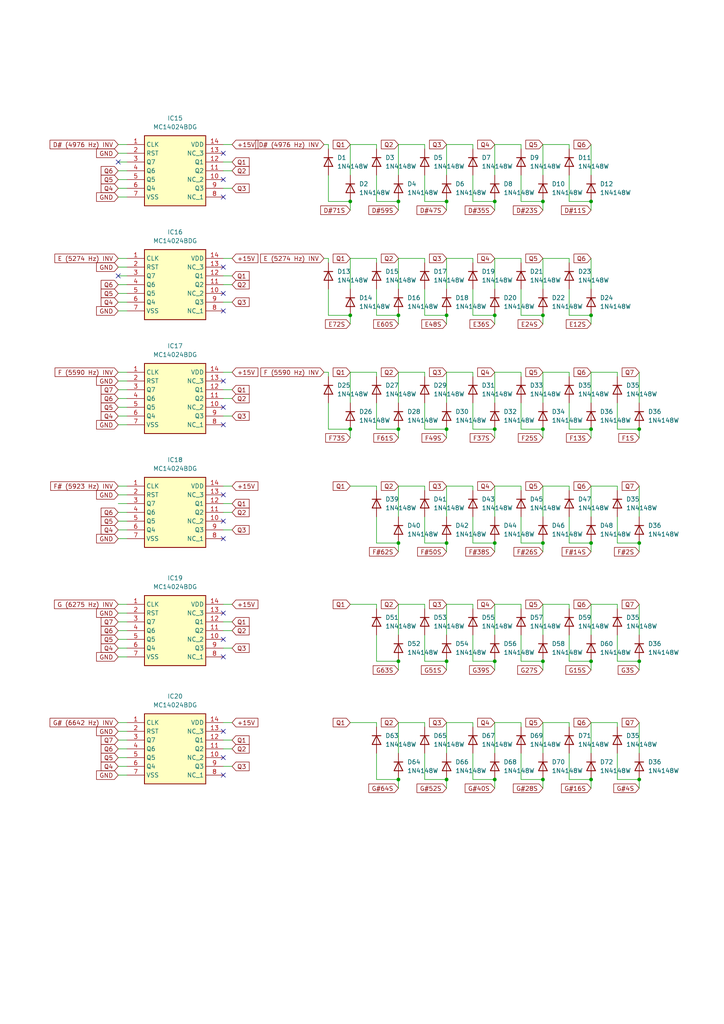
<source format=kicad_sch>
(kicad_sch (version 20230121) (generator eeschema)
  (paper "A4" portrait)
  (junction (at 129.54 124.46))
  (junction (at 185.42 191.77))
  (junction (at 143.51 58.42))
  (junction (at 143.51 124.46))
  (junction (at 115.57 58.42))
  (junction (at 185.42 226.06))
  (junction (at 129.54 58.42))
  (junction (at 171.45 226.06))
  (junction (at 157.48 226.06))
  (junction (at 143.51 191.77))
  (junction (at 115.57 226.06))
  (junction (at 129.54 157.48))
  (junction (at 143.51 226.06))
  (junction (at 171.45 91.44))
  (junction (at 129.54 191.77))
  (junction (at 115.57 191.77))
  (junction (at 171.45 124.46))
  (junction (at 129.54 91.44))
  (junction (at 171.45 191.77))
  (junction (at 115.57 91.44))
  (junction (at 171.45 157.48))
  (junction (at 101.6 91.44))
  (junction (at 157.48 124.46))
  (junction (at 101.6 124.46))
  (junction (at 157.48 157.48))
  (junction (at 185.42 124.46))
  (junction (at 171.45 58.42))
  (junction (at 115.57 124.46))
  (junction (at 157.48 191.77))
  (junction (at 157.48 91.44))
  (junction (at 185.42 157.48))
  (junction (at 143.51 157.48))
  (junction (at 101.6 58.42))
  (junction (at 157.48 58.42))
  (junction (at 115.57 157.48))
  (junction (at 129.54 226.06))
  (junction (at 143.51 91.44))
  (no_connect (at 64.77 118.11))
  (no_connect (at 64.77 219.71))
  (no_connect (at 34.29 80.01))
  (no_connect (at 64.77 110.49))
  (no_connect (at 64.77 156.21))
  (no_connect (at 34.29 46.99))
  (no_connect (at 64.77 44.45))
  (no_connect (at 64.77 52.07))
  (no_connect (at 64.77 212.09))
  (no_connect (at 64.77 90.17))
  (no_connect (at 64.77 77.47))
  (no_connect (at 64.77 85.09))
  (no_connect (at 64.77 143.51))
  (no_connect (at 64.77 177.8))
  (no_connect (at 64.77 151.13))
  (no_connect (at 64.77 123.19))
  (no_connect (at 64.77 57.15))
  (no_connect (at 64.77 190.5))
  (no_connect (at 64.77 224.79))
  (no_connect (at 64.77 185.42))
  (wire (pts (xy 157.48 124.46) (xy 157.48 127)))
  (wire (pts (xy 157.48 41.91) (xy 157.48 50.8)))
  (wire (pts (xy 34.29 80.01) (xy 36.83 80.01)))
  (wire (pts (xy 137.16 50.8) (xy 137.16 58.42)))
  (wire (pts (xy 157.48 140.97) (xy 165.1 140.97)))
  (wire (pts (xy 157.48 157.48) (xy 157.48 160.02)))
  (wire (pts (xy 34.29 41.91) (xy 36.83 41.91)))
  (wire (pts (xy 109.22 41.91) (xy 109.22 43.18)))
  (wire (pts (xy 115.57 191.77) (xy 115.57 194.31)))
  (wire (pts (xy 165.1 58.42) (xy 171.45 58.42)))
  (wire (pts (xy 67.31 80.01) (xy 64.77 80.01)))
  (wire (pts (xy 34.29 118.11) (xy 36.83 118.11)))
  (wire (pts (xy 123.19 184.15) (xy 123.19 191.77)))
  (wire (pts (xy 137.16 124.46) (xy 143.51 124.46)))
  (wire (pts (xy 157.48 226.06) (xy 157.48 228.6)))
  (wire (pts (xy 179.07 226.06) (xy 185.42 226.06)))
  (wire (pts (xy 101.6 140.97) (xy 109.22 140.97)))
  (wire (pts (xy 171.45 209.55) (xy 179.07 209.55)))
  (wire (pts (xy 129.54 58.42) (xy 129.54 60.96)))
  (wire (pts (xy 34.29 77.47) (xy 36.83 77.47)))
  (wire (pts (xy 101.6 74.93) (xy 109.22 74.93)))
  (wire (pts (xy 123.19 91.44) (xy 129.54 91.44)))
  (wire (pts (xy 151.13 58.42) (xy 157.48 58.42)))
  (wire (pts (xy 109.22 74.93) (xy 109.22 76.2)))
  (wire (pts (xy 137.16 191.77) (xy 143.51 191.77)))
  (wire (pts (xy 34.29 115.57) (xy 36.83 115.57)))
  (wire (pts (xy 137.16 58.42) (xy 143.51 58.42)))
  (wire (pts (xy 143.51 41.91) (xy 151.13 41.91)))
  (wire (pts (xy 165.1 50.8) (xy 165.1 58.42)))
  (wire (pts (xy 123.19 209.55) (xy 123.19 210.82)))
  (wire (pts (xy 109.22 83.82) (xy 109.22 91.44)))
  (wire (pts (xy 115.57 175.26) (xy 123.19 175.26)))
  (wire (pts (xy 34.29 175.26) (xy 36.83 175.26)))
  (wire (pts (xy 165.1 116.84) (xy 165.1 124.46)))
  (wire (pts (xy 151.13 74.93) (xy 151.13 76.2)))
  (wire (pts (xy 115.57 107.95) (xy 123.19 107.95)))
  (wire (pts (xy 34.29 151.13) (xy 36.83 151.13)))
  (wire (pts (xy 67.31 182.88) (xy 64.77 182.88)))
  (wire (pts (xy 34.29 143.51) (xy 36.83 143.51)))
  (wire (pts (xy 137.16 184.15) (xy 137.16 191.77)))
  (wire (pts (xy 171.45 175.26) (xy 171.45 184.15)))
  (wire (pts (xy 123.19 140.97) (xy 123.19 142.24)))
  (wire (pts (xy 143.51 91.44) (xy 143.51 93.98)))
  (wire (pts (xy 151.13 175.26) (xy 151.13 176.53)))
  (wire (pts (xy 67.31 146.05) (xy 64.77 146.05)))
  (wire (pts (xy 123.19 175.26) (xy 123.19 176.53)))
  (wire (pts (xy 143.51 124.46) (xy 143.51 127)))
  (wire (pts (xy 165.1 175.26) (xy 165.1 176.53)))
  (wire (pts (xy 129.54 175.26) (xy 137.16 175.26)))
  (wire (pts (xy 123.19 157.48) (xy 129.54 157.48)))
  (wire (pts (xy 101.6 41.91) (xy 109.22 41.91)))
  (wire (pts (xy 34.29 180.34) (xy 36.83 180.34)))
  (wire (pts (xy 101.6 107.95) (xy 109.22 107.95)))
  (wire (pts (xy 129.54 91.44) (xy 129.54 93.98)))
  (wire (pts (xy 34.29 212.09) (xy 36.83 212.09)))
  (wire (pts (xy 143.51 140.97) (xy 151.13 140.97)))
  (wire (pts (xy 171.45 209.55) (xy 171.45 218.44)))
  (wire (pts (xy 143.51 140.97) (xy 143.51 149.86)))
  (wire (pts (xy 143.51 107.95) (xy 143.51 116.84)))
  (wire (pts (xy 109.22 184.15) (xy 109.22 191.77)))
  (wire (pts (xy 101.6 74.93) (xy 101.6 83.82)))
  (wire (pts (xy 171.45 191.77) (xy 171.45 194.31)))
  (wire (pts (xy 157.48 74.93) (xy 165.1 74.93)))
  (wire (pts (xy 67.31 49.53) (xy 64.77 49.53)))
  (wire (pts (xy 165.1 149.86) (xy 165.1 157.48)))
  (wire (pts (xy 67.31 54.61) (xy 64.77 54.61)))
  (wire (pts (xy 34.29 85.09) (xy 36.83 85.09)))
  (wire (pts (xy 123.19 218.44) (xy 123.19 226.06)))
  (wire (pts (xy 67.31 175.26) (xy 64.77 175.26)))
  (wire (pts (xy 129.54 226.06) (xy 129.54 228.6)))
  (wire (pts (xy 109.22 209.55) (xy 109.22 210.82)))
  (wire (pts (xy 171.45 140.97) (xy 171.45 149.86)))
  (wire (pts (xy 67.31 209.55) (xy 64.77 209.55)))
  (wire (pts (xy 109.22 226.06) (xy 115.57 226.06)))
  (wire (pts (xy 171.45 41.91) (xy 171.45 50.8)))
  (wire (pts (xy 123.19 191.77) (xy 129.54 191.77)))
  (wire (pts (xy 151.13 157.48) (xy 157.48 157.48)))
  (wire (pts (xy 129.54 41.91) (xy 129.54 50.8)))
  (wire (pts (xy 185.42 157.48) (xy 185.42 160.02)))
  (wire (pts (xy 143.51 175.26) (xy 143.51 184.15)))
  (wire (pts (xy 123.19 74.93) (xy 123.19 76.2)))
  (wire (pts (xy 95.25 107.95) (xy 95.25 109.22)))
  (wire (pts (xy 34.29 224.79) (xy 36.83 224.79)))
  (wire (pts (xy 143.51 191.77) (xy 143.51 194.31)))
  (wire (pts (xy 143.51 107.95) (xy 151.13 107.95)))
  (wire (pts (xy 179.07 149.86) (xy 179.07 157.48)))
  (wire (pts (xy 143.51 74.93) (xy 143.51 83.82)))
  (wire (pts (xy 179.07 140.97) (xy 179.07 142.24)))
  (wire (pts (xy 67.31 217.17) (xy 64.77 217.17)))
  (wire (pts (xy 179.07 184.15) (xy 179.07 191.77)))
  (wire (pts (xy 123.19 50.8) (xy 123.19 58.42)))
  (wire (pts (xy 67.31 120.65) (xy 64.77 120.65)))
  (wire (pts (xy 171.45 91.44) (xy 171.45 93.98)))
  (wire (pts (xy 129.54 124.46) (xy 129.54 127)))
  (wire (pts (xy 109.22 191.77) (xy 115.57 191.77)))
  (wire (pts (xy 137.16 218.44) (xy 137.16 226.06)))
  (wire (pts (xy 115.57 41.91) (xy 115.57 50.8)))
  (wire (pts (xy 151.13 226.06) (xy 157.48 226.06)))
  (wire (pts (xy 179.07 124.46) (xy 185.42 124.46)))
  (wire (pts (xy 34.29 219.71) (xy 36.83 219.71)))
  (wire (pts (xy 34.29 140.97) (xy 36.83 140.97)))
  (wire (pts (xy 171.45 175.26) (xy 179.07 175.26)))
  (wire (pts (xy 165.1 191.77) (xy 171.45 191.77)))
  (wire (pts (xy 129.54 140.97) (xy 129.54 149.86)))
  (wire (pts (xy 34.29 214.63) (xy 36.83 214.63)))
  (wire (pts (xy 67.31 87.63) (xy 64.77 87.63)))
  (wire (pts (xy 129.54 191.77) (xy 129.54 194.31)))
  (wire (pts (xy 109.22 91.44) (xy 115.57 91.44)))
  (wire (pts (xy 34.29 187.96) (xy 36.83 187.96)))
  (wire (pts (xy 34.29 107.95) (xy 36.83 107.95)))
  (wire (pts (xy 34.29 120.65) (xy 36.83 120.65)))
  (wire (pts (xy 34.29 209.55) (xy 36.83 209.55)))
  (wire (pts (xy 95.25 83.82) (xy 95.25 91.44)))
  (wire (pts (xy 165.1 74.93) (xy 165.1 76.2)))
  (wire (pts (xy 151.13 50.8) (xy 151.13 58.42)))
  (wire (pts (xy 101.6 91.44) (xy 101.6 93.98)))
  (wire (pts (xy 95.25 41.91) (xy 95.25 43.18)))
  (wire (pts (xy 137.16 116.84) (xy 137.16 124.46)))
  (wire (pts (xy 157.48 175.26) (xy 165.1 175.26)))
  (wire (pts (xy 179.07 175.26) (xy 179.07 176.53)))
  (wire (pts (xy 157.48 209.55) (xy 157.48 218.44)))
  (wire (pts (xy 129.54 41.91) (xy 137.16 41.91)))
  (wire (pts (xy 185.42 124.46) (xy 185.42 127)))
  (wire (pts (xy 115.57 107.95) (xy 115.57 116.84)))
  (wire (pts (xy 115.57 209.55) (xy 123.19 209.55)))
  (wire (pts (xy 151.13 209.55) (xy 151.13 210.82)))
  (wire (pts (xy 67.31 148.59) (xy 64.77 148.59)))
  (wire (pts (xy 109.22 116.84) (xy 109.22 124.46)))
  (wire (pts (xy 115.57 58.42) (xy 115.57 60.96)))
  (wire (pts (xy 123.19 41.91) (xy 123.19 43.18)))
  (wire (pts (xy 129.54 74.93) (xy 129.54 83.82)))
  (wire (pts (xy 109.22 124.46) (xy 115.57 124.46)))
  (wire (pts (xy 34.29 90.17) (xy 36.83 90.17)))
  (wire (pts (xy 93.98 107.95) (xy 95.25 107.95)))
  (wire (pts (xy 115.57 140.97) (xy 115.57 149.86)))
  (wire (pts (xy 34.29 54.61) (xy 36.83 54.61)))
  (wire (pts (xy 137.16 91.44) (xy 143.51 91.44)))
  (wire (pts (xy 157.48 58.42) (xy 157.48 60.96)))
  (wire (pts (xy 67.31 153.67) (xy 64.77 153.67)))
  (wire (pts (xy 137.16 83.82) (xy 137.16 91.44)))
  (wire (pts (xy 34.29 153.67) (xy 36.83 153.67)))
  (wire (pts (xy 101.6 124.46) (xy 101.6 127)))
  (wire (pts (xy 109.22 58.42) (xy 115.57 58.42)))
  (wire (pts (xy 151.13 149.86) (xy 151.13 157.48)))
  (wire (pts (xy 185.42 226.06) (xy 185.42 228.6)))
  (wire (pts (xy 34.29 113.03) (xy 36.83 113.03)))
  (wire (pts (xy 137.16 107.95) (xy 137.16 109.22)))
  (wire (pts (xy 171.45 157.48) (xy 171.45 160.02)))
  (wire (pts (xy 115.57 226.06) (xy 115.57 228.6)))
  (wire (pts (xy 95.25 58.42) (xy 101.6 58.42)))
  (wire (pts (xy 115.57 74.93) (xy 123.19 74.93)))
  (wire (pts (xy 101.6 209.55) (xy 109.22 209.55)))
  (wire (pts (xy 95.25 74.93) (xy 95.25 76.2)))
  (wire (pts (xy 151.13 91.44) (xy 157.48 91.44)))
  (wire (pts (xy 115.57 74.93) (xy 115.57 83.82)))
  (wire (pts (xy 95.25 116.84) (xy 95.25 124.46)))
  (wire (pts (xy 157.48 74.93) (xy 157.48 83.82)))
  (wire (pts (xy 34.29 74.93) (xy 36.83 74.93)))
  (wire (pts (xy 67.31 140.97) (xy 64.77 140.97)))
  (wire (pts (xy 67.31 214.63) (xy 64.77 214.63)))
  (wire (pts (xy 115.57 209.55) (xy 115.57 218.44)))
  (wire (pts (xy 115.57 41.91) (xy 123.19 41.91)))
  (wire (pts (xy 165.1 124.46) (xy 171.45 124.46)))
  (wire (pts (xy 151.13 116.84) (xy 151.13 124.46)))
  (wire (pts (xy 151.13 124.46) (xy 157.48 124.46)))
  (wire (pts (xy 129.54 107.95) (xy 137.16 107.95)))
  (wire (pts (xy 157.48 175.26) (xy 157.48 184.15)))
  (wire (pts (xy 123.19 149.86) (xy 123.19 157.48)))
  (wire (pts (xy 115.57 175.26) (xy 115.57 184.15)))
  (wire (pts (xy 171.45 140.97) (xy 179.07 140.97)))
  (wire (pts (xy 34.29 182.88) (xy 36.83 182.88)))
  (wire (pts (xy 129.54 74.93) (xy 137.16 74.93)))
  (wire (pts (xy 157.48 191.77) (xy 157.48 194.31)))
  (wire (pts (xy 171.45 226.06) (xy 171.45 228.6)))
  (wire (pts (xy 137.16 226.06) (xy 143.51 226.06)))
  (wire (pts (xy 151.13 107.95) (xy 151.13 109.22)))
  (wire (pts (xy 67.31 82.55) (xy 64.77 82.55)))
  (wire (pts (xy 109.22 157.48) (xy 115.57 157.48)))
  (wire (pts (xy 34.29 52.07) (xy 36.83 52.07)))
  (wire (pts (xy 34.29 190.5) (xy 36.83 190.5)))
  (wire (pts (xy 143.51 157.48) (xy 143.51 160.02)))
  (wire (pts (xy 67.31 41.91) (xy 64.77 41.91)))
  (wire (pts (xy 143.51 175.26) (xy 151.13 175.26)))
  (wire (pts (xy 34.29 57.15) (xy 36.83 57.15)))
  (wire (pts (xy 95.25 124.46) (xy 101.6 124.46)))
  (wire (pts (xy 34.29 185.42) (xy 36.83 185.42)))
  (wire (pts (xy 151.13 83.82) (xy 151.13 91.44)))
  (wire (pts (xy 165.1 184.15) (xy 165.1 191.77)))
  (wire (pts (xy 67.31 74.93) (xy 64.77 74.93)))
  (wire (pts (xy 171.45 124.46) (xy 171.45 127)))
  (wire (pts (xy 101.6 41.91) (xy 101.6 50.8)))
  (wire (pts (xy 143.51 226.06) (xy 143.51 228.6)))
  (wire (pts (xy 34.29 148.59) (xy 36.83 148.59)))
  (wire (pts (xy 34.29 146.05) (xy 36.83 146.05)))
  (wire (pts (xy 185.42 140.97) (xy 185.42 149.86)))
  (wire (pts (xy 123.19 107.95) (xy 123.19 109.22)))
  (wire (pts (xy 34.29 222.25) (xy 36.83 222.25)))
  (wire (pts (xy 179.07 191.77) (xy 185.42 191.77)))
  (wire (pts (xy 109.22 218.44) (xy 109.22 226.06)))
  (wire (pts (xy 34.29 87.63) (xy 36.83 87.63)))
  (wire (pts (xy 34.29 82.55) (xy 36.83 82.55)))
  (wire (pts (xy 109.22 175.26) (xy 109.22 176.53)))
  (wire (pts (xy 157.48 107.95) (xy 165.1 107.95)))
  (wire (pts (xy 123.19 124.46) (xy 129.54 124.46)))
  (wire (pts (xy 67.31 107.95) (xy 64.77 107.95)))
  (wire (pts (xy 109.22 140.97) (xy 109.22 142.24)))
  (wire (pts (xy 115.57 157.48) (xy 115.57 160.02)))
  (wire (pts (xy 129.54 140.97) (xy 137.16 140.97)))
  (wire (pts (xy 95.25 91.44) (xy 101.6 91.44)))
  (wire (pts (xy 171.45 74.93) (xy 171.45 83.82)))
  (wire (pts (xy 151.13 41.91) (xy 151.13 43.18)))
  (wire (pts (xy 157.48 107.95) (xy 157.48 116.84)))
  (wire (pts (xy 157.48 209.55) (xy 165.1 209.55)))
  (wire (pts (xy 67.31 187.96) (xy 64.77 187.96)))
  (wire (pts (xy 129.54 209.55) (xy 137.16 209.55)))
  (wire (pts (xy 165.1 140.97) (xy 165.1 142.24)))
  (wire (pts (xy 165.1 226.06) (xy 171.45 226.06)))
  (wire (pts (xy 143.51 58.42) (xy 143.51 60.96)))
  (wire (pts (xy 109.22 149.86) (xy 109.22 157.48)))
  (wire (pts (xy 185.42 175.26) (xy 185.42 184.15)))
  (wire (pts (xy 165.1 83.82) (xy 165.1 91.44)))
  (wire (pts (xy 137.16 74.93) (xy 137.16 76.2)))
  (wire (pts (xy 67.31 115.57) (xy 64.77 115.57)))
  (wire (pts (xy 165.1 41.91) (xy 165.1 43.18)))
  (wire (pts (xy 143.51 41.91) (xy 143.51 50.8)))
  (wire (pts (xy 151.13 218.44) (xy 151.13 226.06)))
  (wire (pts (xy 34.29 156.21) (xy 36.83 156.21)))
  (wire (pts (xy 165.1 209.55) (xy 165.1 210.82)))
  (wire (pts (xy 157.48 91.44) (xy 157.48 93.98)))
  (wire (pts (xy 115.57 124.46) (xy 115.57 127)))
  (wire (pts (xy 179.07 116.84) (xy 179.07 124.46)))
  (wire (pts (xy 151.13 191.77) (xy 157.48 191.77)))
  (wire (pts (xy 179.07 107.95) (xy 179.07 109.22)))
  (wire (pts (xy 185.42 107.95) (xy 185.42 116.84)))
  (wire (pts (xy 129.54 157.48) (xy 129.54 160.02)))
  (wire (pts (xy 137.16 140.97) (xy 137.16 142.24)))
  (wire (pts (xy 137.16 175.26) (xy 137.16 176.53)))
  (wire (pts (xy 101.6 107.95) (xy 101.6 116.84)))
  (wire (pts (xy 93.98 41.91) (xy 95.25 41.91)))
  (wire (pts (xy 151.13 184.15) (xy 151.13 191.77)))
  (wire (pts (xy 129.54 209.55) (xy 129.54 218.44)))
  (wire (pts (xy 67.31 222.25) (xy 64.77 222.25)))
  (wire (pts (xy 67.31 46.99) (xy 64.77 46.99)))
  (wire (pts (xy 34.29 217.17) (xy 36.83 217.17)))
  (wire (pts (xy 34.29 49.53) (xy 36.83 49.53)))
  (wire (pts (xy 185.42 209.55) (xy 185.42 218.44)))
  (wire (pts (xy 179.07 209.55) (xy 179.07 210.82)))
  (wire (pts (xy 95.25 50.8) (xy 95.25 58.42)))
  (wire (pts (xy 165.1 91.44) (xy 171.45 91.44)))
  (wire (pts (xy 143.51 74.93) (xy 151.13 74.93)))
  (wire (pts (xy 165.1 157.48) (xy 171.45 157.48)))
  (wire (pts (xy 123.19 116.84) (xy 123.19 124.46)))
  (wire (pts (xy 93.98 74.93) (xy 95.25 74.93)))
  (wire (pts (xy 34.29 177.8) (xy 36.83 177.8)))
  (wire (pts (xy 34.29 44.45) (xy 36.83 44.45)))
  (wire (pts (xy 101.6 175.26) (xy 109.22 175.26)))
  (wire (pts (xy 151.13 140.97) (xy 151.13 142.24)))
  (wire (pts (xy 143.51 209.55) (xy 143.51 218.44)))
  (wire (pts (xy 137.16 41.91) (xy 137.16 43.18)))
  (wire (pts (xy 67.31 180.34) (xy 64.77 180.34)))
  (wire (pts (xy 185.42 191.77) (xy 185.42 194.31)))
  (wire (pts (xy 123.19 58.42) (xy 129.54 58.42)))
  (wire (pts (xy 34.29 123.19) (xy 36.83 123.19)))
  (wire (pts (xy 171.45 107.95) (xy 179.07 107.95)))
  (wire (pts (xy 137.16 149.86) (xy 137.16 157.48)))
  (wire (pts (xy 34.29 110.49) (xy 36.83 110.49)))
  (wire (pts (xy 165.1 107.95) (xy 165.1 109.22)))
  (wire (pts (xy 157.48 140.97) (xy 157.48 149.86)))
  (wire (pts (xy 137.16 157.48) (xy 143.51 157.48)))
  (wire (pts (xy 129.54 107.95) (xy 129.54 116.84)))
  (wire (pts (xy 157.48 41.91) (xy 165.1 41.91)))
  (wire (pts (xy 179.07 218.44) (xy 179.07 226.06)))
  (wire (pts (xy 123.19 226.06) (xy 129.54 226.06)))
  (wire (pts (xy 143.51 209.55) (xy 151.13 209.55)))
  (wire (pts (xy 101.6 58.42) (xy 101.6 60.96)))
  (wire (pts (xy 123.19 83.82) (xy 123.19 91.44)))
  (wire (pts (xy 165.1 218.44) (xy 165.1 226.06)))
  (wire (pts (xy 171.45 58.42) (xy 171.45 60.96)))
  (wire (pts (xy 109.22 50.8) (xy 109.22 58.42)))
  (wire (pts (xy 67.31 113.03) (xy 64.77 113.03)))
  (wire (pts (xy 137.16 209.55) (xy 137.16 210.82)))
  (wire (pts (xy 129.54 175.26) (xy 129.54 184.15)))
  (wire (pts (xy 34.29 46.99) (xy 36.83 46.99)))
  (wire (pts (xy 171.45 107.95) (xy 171.45 116.84)))
  (wire (pts (xy 179.07 157.48) (xy 185.42 157.48)))
  (wire (pts (xy 115.57 140.97) (xy 123.19 140.97)))
  (wire (pts (xy 115.57 91.44) (xy 115.57 93.98)))
  (wire (pts (xy 109.22 107.95) (xy 109.22 109.22)))
  (global_label "Q4" (shape input) (at 143.51 175.26 180) (property "Intersheetrefs" "${INTERSHEET_REFS}" (effects hide)))
  (global_label "Q6" (shape input) (at 34.29 182.88 180) (property "Intersheetrefs" "${INTERSHEET_REFS}" (effects hide)))
  (global_label "E12S" (shape input) (at 171.45 93.98 180) (property "Intersheetrefs" "${INTERSHEET_REFS}" (effects hide)))
  (global_label "Q4" (shape input) (at 34.29 87.63 180) (property "Intersheetrefs" "${INTERSHEET_REFS}" (effects hide)))
  (global_label "D#11S" (shape input) (at 171.45 60.96 180) (property "Intersheetrefs" "${INTERSHEET_REFS}" (effects hide)))
  (global_label "Q4" (shape input) (at 34.29 187.96 180) (property "Intersheetrefs" "${INTERSHEET_REFS}" (effects hide)))
  (global_label "F#50S" (shape input) (at 129.54 160.02 180) (property "Intersheetrefs" "${INTERSHEET_REFS}" (effects hide)))
  (global_label "G39S" (shape input) (at 143.51 194.31 180) (property "Intersheetrefs" "${INTERSHEET_REFS}" (effects hide)))
  (global_label "Q3" (shape input) (at 67.31 120.65 0) (property "Intersheetrefs" "${INTERSHEET_REFS}" (effects hide)))
  (global_label "Q2" (shape input) (at 67.31 49.53 0) (property "Intersheetrefs" "${INTERSHEET_REFS}" (effects hide)))
  (global_label "Q3" (shape input) (at 129.54 175.26 180) (property "Intersheetrefs" "${INTERSHEET_REFS}" (effects hide)))
  (global_label "GND" (shape input) (at 34.29 77.47 180) (property "Intersheetrefs" "${INTERSHEET_REFS}" (effects hide)))
  (global_label "F# (5923 Hz) INV" (shape input) (at 34.29 140.97 180) (property "Intersheetrefs" "${INTERSHEET_REFS}" (effects hide)))
  (global_label "Q2" (shape input) (at 115.57 74.93 180) (property "Intersheetrefs" "${INTERSHEET_REFS}" (effects hide)))
  (global_label "G# (6642 Hz) INV" (shape input) (at 34.29 209.55 180) (property "Intersheetrefs" "${INTERSHEET_REFS}" (effects hide)))
  (global_label "D# (4976 Hz) INV" (shape input) (at 93.98 41.91 180) (property "Intersheetrefs" "${INTERSHEET_REFS}" (effects hide)))
  (global_label "Q5" (shape input) (at 34.29 185.42 180) (property "Intersheetrefs" "${INTERSHEET_REFS}" (effects hide)))
  (global_label "Q4" (shape input) (at 143.51 41.91 180) (property "Intersheetrefs" "${INTERSHEET_REFS}" (effects hide)))
  (global_label "E (5274 Hz) INV" (shape input) (at 34.29 74.93 180) (property "Intersheetrefs" "${INTERSHEET_REFS}" (effects hide)))
  (global_label "F49S" (shape input) (at 129.54 127 180) (property "Intersheetrefs" "${INTERSHEET_REFS}" (effects hide)))
  (global_label "Q3" (shape input) (at 129.54 140.97 180) (property "Intersheetrefs" "${INTERSHEET_REFS}" (effects hide)))
  (global_label "GND" (shape input) (at 34.29 212.09 180) (property "Intersheetrefs" "${INTERSHEET_REFS}" (effects hide)))
  (global_label "F#62S" (shape input) (at 115.57 160.02 180) (property "Intersheetrefs" "${INTERSHEET_REFS}" (effects hide)))
  (global_label "Q4" (shape input) (at 34.29 222.25 180) (property "Intersheetrefs" "${INTERSHEET_REFS}" (effects hide)))
  (global_label "GND" (shape input) (at 34.29 143.51 180) (property "Intersheetrefs" "${INTERSHEET_REFS}" (effects hide)))
  (global_label "Q3" (shape input) (at 67.31 222.25 0) (property "Intersheetrefs" "${INTERSHEET_REFS}" (effects hide)))
  (global_label "G#40S" (shape input) (at 143.51 228.6 180) (property "Intersheetrefs" "${INTERSHEET_REFS}" (effects hide)))
  (global_label "Q3" (shape input) (at 67.31 87.63 0) (property "Intersheetrefs" "${INTERSHEET_REFS}" (effects hide)))
  (global_label "Q6" (shape input) (at 171.45 107.95 180) (property "Intersheetrefs" "${INTERSHEET_REFS}" (effects hide)))
  (global_label "Q4" (shape input) (at 143.51 74.93 180) (property "Intersheetrefs" "${INTERSHEET_REFS}" (effects hide)))
  (global_label "GND" (shape input) (at 34.29 177.8 180) (property "Intersheetrefs" "${INTERSHEET_REFS}" (effects hide)))
  (global_label "GND" (shape input) (at 34.29 57.15 180) (property "Intersheetrefs" "${INTERSHEET_REFS}" (effects hide)))
  (global_label "D#35S" (shape input) (at 143.51 60.96 180) (property "Intersheetrefs" "${INTERSHEET_REFS}" (effects hide)))
  (global_label "Q5" (shape input) (at 157.48 209.55 180) (property "Intersheetrefs" "${INTERSHEET_REFS}" (effects hide)))
  (global_label "G51S" (shape input) (at 129.54 194.31 180) (property "Intersheetrefs" "${INTERSHEET_REFS}" (effects hide)))
  (global_label "Q1" (shape input) (at 101.6 175.26 180) (property "Intersheetrefs" "${INTERSHEET_REFS}" (effects hide)))
  (global_label "G#52S" (shape input) (at 129.54 228.6 180) (property "Intersheetrefs" "${INTERSHEET_REFS}" (effects hide)))
  (global_label "F13S" (shape input) (at 171.45 127 180) (property "Intersheetrefs" "${INTERSHEET_REFS}" (effects hide)))
  (global_label "Q2" (shape input) (at 115.57 140.97 180) (property "Intersheetrefs" "${INTERSHEET_REFS}" (effects hide)))
  (global_label "G#16S" (shape input) (at 171.45 228.6 180) (property "Intersheetrefs" "${INTERSHEET_REFS}" (effects hide)))
  (global_label "Q2" (shape input) (at 115.57 175.26 180) (property "Intersheetrefs" "${INTERSHEET_REFS}" (effects hide)))
  (global_label "GND" (shape input) (at 34.29 156.21 180) (property "Intersheetrefs" "${INTERSHEET_REFS}" (effects hide)))
  (global_label "G#64S" (shape input) (at 115.57 228.6 180) (property "Intersheetrefs" "${INTERSHEET_REFS}" (effects hide)))
  (global_label "G3S" (shape input) (at 185.42 194.31 180) (property "Intersheetrefs" "${INTERSHEET_REFS}" (effects hide)))
  (global_label "Q7" (shape input) (at 34.29 180.34 180) (property "Intersheetrefs" "${INTERSHEET_REFS}" (effects hide)))
  (global_label "Q2" (shape input) (at 67.31 82.55 0) (property "Intersheetrefs" "${INTERSHEET_REFS}" (effects hide)))
  (global_label "+15V" (shape input) (at 67.31 140.97 0) (property "Intersheetrefs" "${INTERSHEET_REFS}" (effects hide)))
  (global_label "Q5" (shape input) (at 157.48 140.97 180) (property "Intersheetrefs" "${INTERSHEET_REFS}" (effects hide)))
  (global_label "G63S" (shape input) (at 115.57 194.31 180) (property "Intersheetrefs" "${INTERSHEET_REFS}" (effects hide)))
  (global_label "Q7" (shape input) (at 185.42 175.26 180) (property "Intersheetrefs" "${INTERSHEET_REFS}" (effects hide)))
  (global_label "Q3" (shape input) (at 67.31 187.96 0) (property "Intersheetrefs" "${INTERSHEET_REFS}" (effects hide)))
  (global_label "Q5" (shape input) (at 157.48 74.93 180) (property "Intersheetrefs" "${INTERSHEET_REFS}" (effects hide)))
  (global_label "Q4" (shape input) (at 34.29 54.61 180) (property "Intersheetrefs" "${INTERSHEET_REFS}" (effects hide)))
  (global_label "Q3" (shape input) (at 129.54 41.91 180) (property "Intersheetrefs" "${INTERSHEET_REFS}" (effects hide)))
  (global_label "GND" (shape input) (at 34.29 90.17 180) (property "Intersheetrefs" "${INTERSHEET_REFS}" (effects hide)))
  (global_label "F#38S" (shape input) (at 143.51 160.02 180) (property "Intersheetrefs" "${INTERSHEET_REFS}" (effects hide)))
  (global_label "D# (4976 Hz) INV" (shape input) (at 34.29 41.91 180) (property "Intersheetrefs" "${INTERSHEET_REFS}" (effects hide)))
  (global_label "Q5" (shape input) (at 34.29 85.09 180) (property "Intersheetrefs" "${INTERSHEET_REFS}" (effects hide)))
  (global_label "F37S" (shape input) (at 143.51 127 180) (property "Intersheetrefs" "${INTERSHEET_REFS}" (effects hide)))
  (global_label "Q3" (shape input) (at 129.54 209.55 180) (property "Intersheetrefs" "${INTERSHEET_REFS}" (effects hide)))
  (global_label "Q2" (shape input) (at 115.57 107.95 180) (property "Intersheetrefs" "${INTERSHEET_REFS}" (effects hide)))
  (global_label "+15V" (shape input) (at 67.31 41.91 0) (property "Intersheetrefs" "${INTERSHEET_REFS}" (effects hide)))
  (global_label "GND" (shape input) (at 34.29 190.5 180) (property "Intersheetrefs" "${INTERSHEET_REFS}" (effects hide)))
  (global_label "Q7" (shape input) (at 185.42 140.97 180) (property "Intersheetrefs" "${INTERSHEET_REFS}" (effects hide)))
  (global_label "Q1" (shape input) (at 67.31 214.63 0) (property "Intersheetrefs" "${INTERSHEET_REFS}" (effects hide)))
  (global_label "Q6" (shape input) (at 171.45 209.55 180) (property "Intersheetrefs" "${INTERSHEET_REFS}" (effects hide)))
  (global_label "F61S" (shape input) (at 115.57 127 180) (property "Intersheetrefs" "${INTERSHEET_REFS}" (effects hide)))
  (global_label "Q3" (shape input) (at 67.31 153.67 0) (property "Intersheetrefs" "${INTERSHEET_REFS}" (effects hide)))
  (global_label "+15V" (shape input) (at 67.31 74.93 0) (property "Intersheetrefs" "${INTERSHEET_REFS}" (effects hide)))
  (global_label "Q2" (shape input) (at 115.57 41.91 180) (property "Intersheetrefs" "${INTERSHEET_REFS}" (effects hide)))
  (global_label "+15V" (shape input) (at 67.31 107.95 0) (property "Intersheetrefs" "${INTERSHEET_REFS}" (effects hide)))
  (global_label "Q1" (shape input) (at 101.6 140.97 180) (property "Intersheetrefs" "${INTERSHEET_REFS}" (effects hide)))
  (global_label "Q6" (shape input) (at 34.29 49.53 180) (property "Intersheetrefs" "${INTERSHEET_REFS}" (effects hide)))
  (global_label "Q4" (shape input) (at 34.29 120.65 180) (property "Intersheetrefs" "${INTERSHEET_REFS}" (effects hide)))
  (global_label "Q7" (shape input) (at 185.42 209.55 180) (property "Intersheetrefs" "${INTERSHEET_REFS}" (effects hide)))
  (global_label "Q7" (shape input) (at 34.29 113.03 180) (property "Intersheetrefs" "${INTERSHEET_REFS}" (effects hide)))
  (global_label "Q2" (shape input) (at 115.57 209.55 180) (property "Intersheetrefs" "${INTERSHEET_REFS}" (effects hide)))
  (global_label "Q1" (shape input) (at 101.6 74.93 180) (property "Intersheetrefs" "${INTERSHEET_REFS}" (effects hide)))
  (global_label "Q2" (shape input) (at 67.31 217.17 0) (property "Intersheetrefs" "${INTERSHEET_REFS}" (effects hide)))
  (global_label "Q5" (shape input) (at 157.48 175.26 180) (property "Intersheetrefs" "${INTERSHEET_REFS}" (effects hide)))
  (global_label "G (6275 Hz) INV" (shape input) (at 34.29 175.26 180) (property "Intersheetrefs" "${INTERSHEET_REFS}" (effects hide)))
  (global_label "Q5" (shape input) (at 157.48 41.91 180) (property "Intersheetrefs" "${INTERSHEET_REFS}" (effects hide)))
  (global_label "G15S" (shape input) (at 171.45 194.31 180) (property "Intersheetrefs" "${INTERSHEET_REFS}" (effects hide)))
  (global_label "Q4" (shape input) (at 143.51 107.95 180) (property "Intersheetrefs" "${INTERSHEET_REFS}" (effects hide)))
  (global_label "Q5" (shape input) (at 157.48 107.95 180) (property "Intersheetrefs" "${INTERSHEET_REFS}" (effects hide)))
  (global_label "Q1" (shape input) (at 67.31 146.05 0) (property "Intersheetrefs" "${INTERSHEET_REFS}" (effects hide)))
  (global_label "E (5274 Hz) INV" (shape input) (at 93.98 74.93 180) (property "Intersheetrefs" "${INTERSHEET_REFS}" (effects hide)))
  (global_label "E36S" (shape input) (at 143.51 93.98 180) (property "Intersheetrefs" "${INTERSHEET_REFS}" (effects hide)))
  (global_label "G27S" (shape input) (at 157.48 194.31 180) (property "Intersheetrefs" "${INTERSHEET_REFS}" (effects hide)))
  (global_label "GND" (shape input) (at 34.29 224.79 180) (property "Intersheetrefs" "${INTERSHEET_REFS}" (effects hide)))
  (global_label "Q6" (shape input) (at 171.45 41.91 180) (property "Intersheetrefs" "${INTERSHEET_REFS}" (effects hide)))
  (global_label "GND" (shape input) (at 34.29 110.49 180) (property "Intersheetrefs" "${INTERSHEET_REFS}" (effects hide)))
  (global_label "Q2" (shape input) (at 67.31 148.59 0) (property "Intersheetrefs" "${INTERSHEET_REFS}" (effects hide)))
  (global_label "F (5590 Hz) INV" (shape input) (at 93.98 107.95 180) (property "Intersheetrefs" "${INTERSHEET_REFS}" (effects hide)))
  (global_label "Q1" (shape input) (at 101.6 41.91 180) (property "Intersheetrefs" "${INTERSHEET_REFS}" (effects hide)))
  (global_label "F1S" (shape input) (at 185.42 127 180) (property "Intersheetrefs" "${INTERSHEET_REFS}" (effects hide)))
  (global_label "Q4" (shape input) (at 143.51 140.97 180) (property "Intersheetrefs" "${INTERSHEET_REFS}" (effects hide)))
  (global_label "+15V" (shape input) (at 67.31 175.26 0) (property "Intersheetrefs" "${INTERSHEET_REFS}" (effects hide)))
  (global_label "Q5" (shape input) (at 34.29 151.13 180) (property "Intersheetrefs" "${INTERSHEET_REFS}" (effects hide)))
  (global_label "F (5590 Hz) INV" (shape input) (at 34.29 107.95 180) (property "Intersheetrefs" "${INTERSHEET_REFS}" (effects hide)))
  (global_label "Q6" (shape input) (at 34.29 115.57 180) (property "Intersheetrefs" "${INTERSHEET_REFS}" (effects hide)))
  (global_label "D#71S" (shape input) (at 101.6 60.96 180) (property "Intersheetrefs" "${INTERSHEET_REFS}" (effects hide)))
  (global_label "Q1" (shape input) (at 101.6 209.55 180) (property "Intersheetrefs" "${INTERSHEET_REFS}" (effects hide)))
  (global_label "Q5" (shape input) (at 34.29 52.07 180) (property "Intersheetrefs" "${INTERSHEET_REFS}" (effects hide)))
  (global_label "Q2" (shape input) (at 67.31 115.57 0) (property "Intersheetrefs" "${INTERSHEET_REFS}" (effects hide)))
  (global_label "G#28S" (shape input) (at 157.48 228.6 180) (property "Intersheetrefs" "${INTERSHEET_REFS}" (effects hide)))
  (global_label "Q1" (shape input) (at 67.31 113.03 0) (property "Intersheetrefs" "${INTERSHEET_REFS}" (effects hide)))
  (global_label "F25S" (shape input) (at 157.48 127 180) (property "Intersheetrefs" "${INTERSHEET_REFS}" (effects hide)))
  (global_label "Q6" (shape input) (at 34.29 148.59 180) (property "Intersheetrefs" "${INTERSHEET_REFS}" (effects hide)))
  (global_label "Q3" (shape input) (at 129.54 74.93 180) (property "Intersheetrefs" "${INTERSHEET_REFS}" (effects hide)))
  (global_label "Q1" (shape input) (at 67.31 80.01 0) (property "Intersheetrefs" "${INTERSHEET_REFS}" (effects hide)))
  (global_label "Q3" (shape input) (at 67.31 54.61 0) (property "Intersheetrefs" "${INTERSHEET_REFS}" (effects hide)))
  (global_label "Q2" (shape input) (at 67.31 182.88 0) (property "Intersheetrefs" "${INTERSHEET_REFS}" (effects hide)))
  (global_label "D#23S" (shape input) (at 157.48 60.96 180) (property "Intersheetrefs" "${INTERSHEET_REFS}" (effects hide)))
  (global_label "GND" (shape input) (at 34.29 44.45 180) (property "Intersheetrefs" "${INTERSHEET_REFS}" (effects hide)))
  (global_label "F#26S" (shape input) (at 157.48 160.02 180) (property "Intersheetrefs" "${INTERSHEET_REFS}" (effects hide)))
  (global_label "D#59S" (shape input) (at 115.57 60.96 180) (property "Intersheetrefs" "${INTERSHEET_REFS}" (effects hide)))
  (global_label "G#4S" (shape input) (at 185.42 228.6 180) (property "Intersheetrefs" "${INTERSHEET_REFS}" (effects hide)))
  (global_label "D#47S" (shape input) (at 129.54 60.96 180) (property "Intersheetrefs" "${INTERSHEET_REFS}" (effects hide)))
  (global_label "Q7" (shape input) (at 185.42 107.95 180) (property "Intersheetrefs" "${INTERSHEET_REFS}" (effects hide)))
  (global_label "E48S" (shape input) (at 129.54 93.98 180) (property "Intersheetrefs" "${INTERSHEET_REFS}" (effects hide)))
  (global_label "E60S" (shape input) (at 115.57 93.98 180) (property "Intersheetrefs" "${INTERSHEET_REFS}" (effects hide)))
  (global_label "Q5" (shape input) (at 34.29 219.71 180) (property "Intersheetrefs" "${INTERSHEET_REFS}" (effects hide)))
  (global_label "E24S" (shape input) (at 157.48 93.98 180) (property "Intersheetrefs" "${INTERSHEET_REFS}" (effects hide)))
  (global_label "Q1" (shape input) (at 67.31 46.99 0) (property "Intersheetrefs" "${INTERSHEET_REFS}" (effects hide)))
  (global_label "Q7" (shape input) (at 34.29 214.63 180) (property "Intersheetrefs" "${INTERSHEET_REFS}" (effects hide)))
  (global_label "Q6" (shape input) (at 34.29 82.55 180) (property "Intersheetrefs" "${INTERSHEET_REFS}" (effects hide)))
  (global_label "F#2S" (shape input) (at 185.42 160.02 180) (property "Intersheetrefs" "${INTERSHEET_REFS}" (effects hide)))
  (global_label "Q6" (shape input) (at 171.45 175.26 180) (property "Intersheetrefs" "${INTERSHEET_REFS}" (effects hide)))
  (global_label "F73S" (shape input) (at 101.6 127 180) (property "Intersheetrefs" "${INTERSHEET_REFS}" (effects hide)))
  (global_label "Q6" (shape input) (at 171.45 74.93 180) (property "Intersheetrefs" "${INTERSHEET_REFS}" (effects hide)))
  (global_label "Q5" (shape input) (at 34.29 118.11 180) (property "Intersheetrefs" "${INTERSHEET_REFS}" (effects hide)))
  (global_label "Q3" (shape input) (at 129.54 107.95 180) (property "Intersheetrefs" "${INTERSHEET_REFS}" (effects hide)))
  (global_label "Q1" (shape input) (at 101.6 107.95 180) (property "Intersheetrefs" "${INTERSHEET_REFS}" (effects hide)))
  (global_label "Q4" (shape input) (at 143.51 209.55 180) (property "Intersheetrefs" "${INTERSHEET_REFS}" (effects hide)))
  (global_label "Q6" (shape input) (at 34.29 217.17 180) (property "Intersheetrefs" "${INTERSHEET_REFS}" (effects hide)))
  (global_label "F#14S" (shape input) (at 171.45 160.02 180) (property "Intersheetrefs" "${INTERSHEET_REFS}" (effects hide)))
  (global_label "+15V" (shape input) (at 67.31 209.55 0) (property "Intersheetrefs" "${INTERSHEET_REFS}" (effects hide)))
  (global_label "Q4" (shape input) (at 34.29 153.67 180) (property "Intersheetrefs" "${INTERSHEET_REFS}" (effects hide)))
  (global_label "Q6" (shape input) (at 171.45 140.97 180) (property "Intersheetrefs" "${INTERSHEET_REFS}" (effects hide)))
  (global_label "E72S" (shape input) (at 101.6 93.98 180) (property "Intersheetrefs" "${INTERSHEET_REFS}" (effects hide)))
  (global_label "Q1" (shape input) (at 67.31 180.34 0) (property "Intersheetrefs" "${INTERSHEET_REFS}" (effects hide)))
  (global_label "GND" (shape input) (at 34.29 123.19 180) (property "Intersheetrefs" "${INTERSHEET_REFS}" (effects hide)))
  (symbol (lib_id "Diode:1N4148W") (at 123.19 214.63 270) (unit 1)
    (property "Reference" "D65" (at 125.73 213.36 90) (effects (justify left)))
    (property "Value" "1N4148W" (at 125.73 215.9 90) (effects (justify left)))
    (property "Footprint" "Diode_SMD:D_SOD-123" (effects hide))
    (property "Datasheet" "https://www.vishay.com/docs/85748/1n4148w.pdf" (effects hide))
    (property "Sim.Device" "D" (effects hide))
    (property "Sim.Pins" "1=K 2=A" (effects hide))
    (instances (project "Lyrebird Keyboard Tone Generator" (path "" (reference "D65") (unit 1)) (path "" (reference "D102") (unit 1))))
  )
  (symbol (lib_id "Diode:1N4148W") (at 137.16 113.03 270) (unit 1)
    (property "Reference" "D31" (at 139.7 111.76 90) (effects (justify left)))
    (property "Value" "1N4148W" (at 139.7 114.3 90) (effects (justify left)))
    (property "Footprint" "Diode_SMD:D_SOD-123" (effects hide))
    (property "Datasheet" "https://www.vishay.com/docs/85748/1n4148w.pdf" (effects hide))
    (property "Sim.Device" "D" (effects hide))
    (property "Sim.Pins" "1=K 2=A" (effects hide))
    (instances (project "Lyrebird Keyboard Tone Generator" (path "" (reference "D31") (unit 1)) (path "" (reference "D111") (unit 1))))
  )
  (symbol (lib_id "Diode:1N4148W") (at 129.54 87.63 270) (unit 1)
    (property "Reference" "D18" (at 132.08 86.36 90) (effects (justify left)))
    (property "Value" "1N4148W" (at 132.08 88.9 90) (effects (justify left)))
    (property "Footprint" "Diode_SMD:D_SOD-123" (effects hide))
    (property "Datasheet" "https://www.vishay.com/docs/85748/1n4148w.pdf" (effects hide))
    (property "Sim.Device" "D" (effects hide))
    (property "Sim.Pins" "1=K 2=A" (effects hide))
    (instances (project "Lyrebird Keyboard Tone Generator" (path "" (reference "D18") (unit 1)) (path "" (reference "D104") (unit 1))))
  )
  (symbol (lib_id "Diode:1N4148W") (at 185.42 153.67 270) (unit 1)
    (property "Reference" "D36" (at 187.96 152.4 90) (effects (justify left)))
    (property "Value" "1N4148W" (at 187.96 154.94 90) (effects (justify left)))
    (property "Footprint" "Diode_SMD:D_SOD-123" (effects hide))
    (property "Datasheet" "https://www.vishay.com/docs/85748/1n4148w.pdf" (effects hide))
    (property "Sim.Device" "D" (effects hide))
    (property "Sim.Pins" "1=K 2=A" (effects hide))
    (instances (project "Lyrebird Keyboard Tone Generator" (path "" (reference "D36") (unit 1)) (path "" (reference "D82") (unit 1))))
  )
  (symbol (lib_id "Diode:1N4148W") (at 171.45 120.65 270) (unit 1)
    (property "Reference" "D36" (at 173.99 119.38 90) (effects (justify left)))
    (property "Value" "1N4148W" (at 173.99 121.92 90) (effects (justify left)))
    (property "Footprint" "Diode_SMD:D_SOD-123" (effects hide))
    (property "Datasheet" "https://www.vishay.com/docs/85748/1n4148w.pdf" (effects hide))
    (property "Sim.Device" "D" (effects hide))
    (property "Sim.Pins" "1=K 2=A" (effects hide))
    (instances (project "Lyrebird Keyboard Tone Generator" (path "" (reference "D36") (unit 1)) (path "" (reference "D141") (unit 1))))
  )
  (symbol (lib_id "Diode:1N4148W") (at 129.54 153.67 270) (unit 1)
    (property "Reference" "D42" (at 132.08 152.4 90) (effects (justify left)))
    (property "Value" "1N4148W" (at 132.08 154.94 90) (effects (justify left)))
    (property "Footprint" "Diode_SMD:D_SOD-123" (effects hide))
    (property "Datasheet" "https://www.vishay.com/docs/85748/1n4148w.pdf" (effects hide))
    (property "Sim.Device" "D" (effects hide))
    (property "Sim.Pins" "1=K 2=A" (effects hide))
    (instances (project "Lyrebird Keyboard Tone Generator" (path "" (reference "D42") (unit 1)) (path "" (reference "D106") (unit 1))))
  )
  (symbol (lib_id "Diode:1N4148W") (at 123.19 113.03 270) (unit 1)
    (property "Reference" "D29" (at 125.73 111.76 90) (effects (justify left)))
    (property "Value" "1N4148W" (at 125.73 114.3 90) (effects (justify left)))
    (property "Footprint" "Diode_SMD:D_SOD-123" (effects hide))
    (property "Datasheet" "https://www.vishay.com/docs/85748/1n4148w.pdf" (effects hide))
    (property "Sim.Device" "D" (effects hide))
    (property "Sim.Pins" "1=K 2=A" (effects hide))
    (instances (project "Lyrebird Keyboard Tone Generator" (path "" (reference "D29") (unit 1)) (path "" (reference "D99") (unit 1))))
  )
  (symbol (lib_id "Diode:1N4148W") (at 143.51 153.67 270) (unit 1)
    (property "Reference" "D44" (at 146.05 152.4 90) (effects (justify left)))
    (property "Value" "1N4148W" (at 146.05 154.94 90) (effects (justify left)))
    (property "Footprint" "Diode_SMD:D_SOD-123" (effects hide))
    (property "Datasheet" "https://www.vishay.com/docs/85748/1n4148w.pdf" (effects hide))
    (property "Sim.Device" "D" (effects hide))
    (property "Sim.Pins" "1=K 2=A" (effects hide))
    (instances (project "Lyrebird Keyboard Tone Generator" (path "" (reference "D44") (unit 1)) (path "" (reference "D118") (unit 1))))
  )
  (symbol (lib_id "Diode:1N4148W") (at 137.16 46.99 270) (unit 1)
    (property "Reference" "D7" (at 139.7 45.72 90) (effects (justify left)))
    (property "Value" "1N4148W" (at 139.7 48.26 90) (effects (justify left)))
    (property "Footprint" "Diode_SMD:D_SOD-123" (effects hide))
    (property "Datasheet" "https://www.vishay.com/docs/85748/1n4148w.pdf" (effects hide))
    (property "Sim.Device" "D" (effects hide))
    (property "Sim.Pins" "1=K 2=A" (effects hide))
    (instances (project "Lyrebird Keyboard Tone Generator" (path "" (reference "D7") (unit 1)) (path "" (reference "D109") (unit 1))))
  )
  (symbol (lib_id "SamacSys_Parts:MC14024BDG") (at 36.83 41.91 0) (unit 1)
    (property "Reference" "IC15" (at 50.8 34.29 0))
    (property "Value" "MC14024BDG" (at 50.8 36.83 0))
    (property "Footprint" "SOIC127P600X175-14N" (effects hide))
    (property "Datasheet" "http://www.onsemi.com/pub/Collateral/MC14024B-D.PDF" (effects hide))
    (property "Height" "1.75" (effects hide))
    (property "Manufacturer_Name" "onsemi" (effects hide))
    (property "Manufacturer_Part_Number" "MC14024BDG" (effects hide))
    (instances (project "Lyrebird Keyboard Tone Generator" (path "" (reference "IC15") (unit 1)) (path "" (reference "IC21") (unit 1))))
  )
  (symbol (lib_id "Diode:1N4148W") (at 129.54 120.65 270) (unit 1)
    (property "Reference" "D30" (at 132.08 119.38 90) (effects (justify left)))
    (property "Value" "1N4148W" (at 132.08 121.92 90) (effects (justify left)))
    (property "Footprint" "Diode_SMD:D_SOD-123" (effects hide))
    (property "Datasheet" "https://www.vishay.com/docs/85748/1n4148w.pdf" (effects hide))
    (property "Sim.Device" "D" (effects hide))
    (property "Sim.Pins" "1=K 2=A" (effects hide))
    (instances (project "Lyrebird Keyboard Tone Generator" (path "" (reference "D30") (unit 1)) (path "" (reference "D105") (unit 1))))
  )
  (symbol (lib_id "Diode:1N4148W") (at 129.54 187.96 270) (unit 1)
    (property "Reference" "D54" (at 132.08 186.69 90) (effects (justify left)))
    (property "Value" "1N4148W" (at 132.08 189.23 90) (effects (justify left)))
    (property "Footprint" "Diode_SMD:D_SOD-123" (effects hide))
    (property "Datasheet" "https://www.vishay.com/docs/85748/1n4148w.pdf" (effects hide))
    (property "Sim.Device" "D" (effects hide))
    (property "Sim.Pins" "1=K 2=A" (effects hide))
    (instances (project "Lyrebird Keyboard Tone Generator" (path "" (reference "D54") (unit 1)) (path "" (reference "D107") (unit 1))))
  )
  (symbol (lib_id "SamacSys_Parts:MC14024BDG") (at 36.83 74.93 0) (unit 1)
    (property "Reference" "IC16" (at 50.8 67.31 0))
    (property "Value" "MC14024BDG" (at 50.8 69.85 0))
    (property "Footprint" "SOIC127P600X175-14N" (effects hide))
    (property "Datasheet" "http://www.onsemi.com/pub/Collateral/MC14024B-D.PDF" (effects hide))
    (property "Height" "1.75" (effects hide))
    (property "Manufacturer_Name" "onsemi" (effects hide))
    (property "Manufacturer_Part_Number" "MC14024BDG" (effects hide))
    (instances (project "Lyrebird Keyboard Tone Generator" (path "" (reference "IC16") (unit 1)) (path "" (reference "IC22") (unit 1))))
  )
  (symbol (lib_id "Diode:1N4148W") (at 157.48 87.63 270) (unit 1)
    (property "Reference" "D22" (at 160.02 86.36 90) (effects (justify left)))
    (property "Value" "1N4148W" (at 160.02 88.9 90) (effects (justify left)))
    (property "Footprint" "Diode_SMD:D_SOD-123" (effects hide))
    (property "Datasheet" "https://www.vishay.com/docs/85748/1n4148w.pdf" (effects hide))
    (property "Sim.Device" "D" (effects hide))
    (property "Sim.Pins" "1=K 2=A" (effects hide))
    (instances (project "Lyrebird Keyboard Tone Generator" (path "" (reference "D22") (unit 1)) (path "" (reference "D128") (unit 1))))
  )
  (symbol (lib_id "Diode:1N4148W") (at 179.07 146.05 270) (unit 1)
    (property "Reference" "D35" (at 181.61 144.78 90) (effects (justify left)))
    (property "Value" "1N4148W" (at 181.61 147.32 90) (effects (justify left)))
    (property "Footprint" "Diode_SMD:D_SOD-123" (effects hide))
    (property "Datasheet" "https://www.vishay.com/docs/85748/1n4148w.pdf" (effects hide))
    (property "Sim.Device" "D" (effects hide))
    (property "Sim.Pins" "1=K 2=A" (effects hide))
    (instances (project "Lyrebird Keyboard Tone Generator" (path "" (reference "D35") (unit 1)) (path "" (reference "D76") (unit 1))))
  )
  (symbol (lib_id "Diode:1N4148W") (at 115.57 87.63 270) (unit 1)
    (property "Reference" "D16" (at 118.11 86.36 90) (effects (justify left)))
    (property "Value" "1N4148W" (at 118.11 88.9 90) (effects (justify left)))
    (property "Footprint" "Diode_SMD:D_SOD-123" (effects hide))
    (property "Datasheet" "https://www.vishay.com/docs/85748/1n4148w.pdf" (effects hide))
    (property "Sim.Device" "D" (effects hide))
    (property "Sim.Pins" "1=K 2=A" (effects hide))
    (instances (project "Lyrebird Keyboard Tone Generator" (path "" (reference "D16") (unit 1)) (path "" (reference "D92") (unit 1))))
  )
  (symbol (lib_id "Diode:1N4148W") (at 171.45 187.96 270) (unit 1)
    (property "Reference" "D60" (at 173.99 186.69 90) (effects (justify left)))
    (property "Value" "1N4148W" (at 173.99 189.23 90) (effects (justify left)))
    (property "Footprint" "Diode_SMD:D_SOD-123" (effects hide))
    (property "Datasheet" "https://www.vishay.com/docs/85748/1n4148w.pdf" (effects hide))
    (property "Sim.Device" "D" (effects hide))
    (property "Sim.Pins" "1=K 2=A" (effects hide))
    (instances (project "Lyrebird Keyboard Tone Generator" (path "" (reference "D60") (unit 1)) (path "" (reference "D143") (unit 1))))
  )
  (symbol (lib_id "Diode:1N4148W") (at 123.19 46.99 270) (unit 1)
    (property "Reference" "D5" (at 125.73 45.72 90) (effects (justify left)))
    (property "Value" "1N4148W" (at 125.73 48.26 90) (effects (justify left)))
    (property "Footprint" "Diode_SMD:D_SOD-123" (effects hide))
    (property "Datasheet" "https://www.vishay.com/docs/85748/1n4148w.pdf" (effects hide))
    (property "Sim.Device" "D" (effects hide))
    (property "Sim.Pins" "1=K 2=A" (effects hide))
    (instances (project "Lyrebird Keyboard Tone Generator" (path "" (reference "D5") (unit 1)) (path "" (reference "D97") (unit 1))))
  )
  (symbol (lib_id "Diode:1N4148W") (at 109.22 180.34 270) (unit 1)
    (property "Reference" "D51" (at 111.76 179.07 90) (effects (justify left)))
    (property "Value" "1N4148W" (at 111.76 181.61 90) (effects (justify left)))
    (property "Footprint" "Diode_SMD:D_SOD-123" (effects hide))
    (property "Datasheet" "https://www.vishay.com/docs/85748/1n4148w.pdf" (effects hide))
    (property "Sim.Device" "D" (effects hide))
    (property "Sim.Pins" "1=K 2=A" (effects hide))
    (instances (project "Lyrebird Keyboard Tone Generator" (path "" (reference "D51") (unit 1)) (path "" (reference "D89") (unit 1))))
  )
  (symbol (lib_id "Diode:1N4148W") (at 151.13 80.01 270) (unit 1)
    (property "Reference" "D21" (at 153.67 78.74 90) (effects (justify left)))
    (property "Value" "1N4148W" (at 153.67 81.28 90) (effects (justify left)))
    (property "Footprint" "Diode_SMD:D_SOD-123" (effects hide))
    (property "Datasheet" "https://www.vishay.com/docs/85748/1n4148w.pdf" (effects hide))
    (property "Sim.Device" "D" (effects hide))
    (property "Sim.Pins" "1=K 2=A" (effects hide))
    (instances (project "Lyrebird Keyboard Tone Generator" (path "" (reference "D21") (unit 1)) (path "" (reference "D122") (unit 1))))
  )
  (symbol (lib_id "Diode:1N4148W") (at 129.54 222.25 270) (unit 1)
    (property "Reference" "D66" (at 132.08 220.98 90) (effects (justify left)))
    (property "Value" "1N4148W" (at 132.08 223.52 90) (effects (justify left)))
    (property "Footprint" "Diode_SMD:D_SOD-123" (effects hide))
    (property "Datasheet" "https://www.vishay.com/docs/85748/1n4148w.pdf" (effects hide))
    (property "Sim.Device" "D" (effects hide))
    (property "Sim.Pins" "1=K 2=A" (effects hide))
    (instances (project "Lyrebird Keyboard Tone Generator" (path "" (reference "D66") (unit 1)) (path "" (reference "D108") (unit 1))))
  )
  (symbol (lib_id "Diode:1N4148W") (at 143.51 54.61 270) (unit 1)
    (property "Reference" "D8" (at 146.05 53.34 90) (effects (justify left)))
    (property "Value" "1N4148W" (at 146.05 55.88 90) (effects (justify left)))
    (property "Footprint" "Diode_SMD:D_SOD-123" (effects hide))
    (property "Datasheet" "https://www.vishay.com/docs/85748/1n4148w.pdf" (effects hide))
    (property "Sim.Device" "D" (effects hide))
    (property "Sim.Pins" "1=K 2=A" (effects hide))
    (instances (project "Lyrebird Keyboard Tone Generator" (path "" (reference "D8") (unit 1)) (path "" (reference "D115") (unit 1))))
  )
  (symbol (lib_id "Diode:1N4148W") (at 95.25 46.99 270) (unit 1)
    (property "Reference" "D1" (at 97.79 45.72 90) (effects (justify left)))
    (property "Value" "1N4148W" (at 97.79 48.26 90) (effects (justify left)))
    (property "Footprint" "Diode_SMD:D_SOD-123" (effects hide))
    (property "Datasheet" "https://www.vishay.com/docs/85748/1n4148w.pdf" (effects hide))
    (property "Sim.Device" "D" (effects hide))
    (property "Sim.Pins" "1=K 2=A" (effects hide))
    (instances (project "Lyrebird Keyboard Tone Generator" (path "" (reference "D1") (unit 1)) (path "" (reference "D73") (unit 1))))
  )
  (symbol (lib_id "Diode:1N4148W") (at 179.07 180.34 270) (unit 1)
    (property "Reference" "D35" (at 181.61 179.07 90) (effects (justify left)))
    (property "Value" "1N4148W" (at 181.61 181.61 90) (effects (justify left)))
    (property "Footprint" "Diode_SMD:D_SOD-123" (effects hide))
    (property "Datasheet" "https://www.vishay.com/docs/85748/1n4148w.pdf" (effects hide))
    (property "Sim.Device" "D" (effects hide))
    (property "Sim.Pins" "1=K 2=A" (effects hide))
    (instances (project "Lyrebird Keyboard Tone Generator" (path "" (reference "D35") (unit 1)) (path "" (reference "D77") (unit 1))))
  )
  (symbol (lib_id "Diode:1N4148W") (at 165.1 214.63 270) (unit 1)
    (property "Reference" "D71" (at 167.64 213.36 90) (effects (justify left)))
    (property "Value" "1N4148W" (at 167.64 215.9 90) (effects (justify left)))
    (property "Footprint" "Diode_SMD:D_SOD-123" (effects hide))
    (property "Datasheet" "https://www.vishay.com/docs/85748/1n4148w.pdf" (effects hide))
    (property "Sim.Device" "D" (effects hide))
    (property "Sim.Pins" "1=K 2=A" (effects hide))
    (instances (project "Lyrebird Keyboard Tone Generator" (path "" (reference "D71") (unit 1)) (path "" (reference "D138") (unit 1))))
  )
  (symbol (lib_id "Diode:1N4148W") (at 115.57 54.61 270) (unit 1)
    (property "Reference" "D4" (at 118.11 53.34 90) (effects (justify left)))
    (property "Value" "1N4148W" (at 118.11 55.88 90) (effects (justify left)))
    (property "Footprint" "Diode_SMD:D_SOD-123" (effects hide))
    (property "Datasheet" "https://www.vishay.com/docs/85748/1n4148w.pdf" (effects hide))
    (property "Sim.Device" "D" (effects hide))
    (property "Sim.Pins" "1=K 2=A" (effects hide))
    (instances (project "Lyrebird Keyboard Tone Generator" (path "" (reference "D4") (unit 1)) (path "" (reference "D91") (unit 1))))
  )
  (symbol (lib_id "Diode:1N4148W") (at 109.22 46.99 270) (unit 1)
    (property "Reference" "D3" (at 111.76 45.72 90) (effects (justify left)))
    (property "Value" "1N4148W" (at 111.76 48.26 90) (effects (justify left)))
    (property "Footprint" "Diode_SMD:D_SOD-123" (effects hide))
    (property "Datasheet" "https://www.vishay.com/docs/85748/1n4148w.pdf" (effects hide))
    (property "Sim.Device" "D" (effects hide))
    (property "Sim.Pins" "1=K 2=A" (effects hide))
    (instances (project "Lyrebird Keyboard Tone Generator" (path "" (reference "D3") (unit 1)) (path "" (reference "D85") (unit 1))))
  )
  (symbol (lib_id "Diode:1N4148W") (at 109.22 214.63 270) (unit 1)
    (property "Reference" "D63" (at 111.76 213.36 90) (effects (justify left)))
    (property "Value" "1N4148W" (at 111.76 215.9 90) (effects (justify left)))
    (property "Footprint" "Diode_SMD:D_SOD-123" (effects hide))
    (property "Datasheet" "https://www.vishay.com/docs/85748/1n4148w.pdf" (effects hide))
    (property "Sim.Device" "D" (effects hide))
    (property "Sim.Pins" "1=K 2=A" (effects hide))
    (instances (project "Lyrebird Keyboard Tone Generator" (path "" (reference "D63") (unit 1)) (path "" (reference "D90") (unit 1))))
  )
  (symbol (lib_id "Diode:1N4148W") (at 165.1 46.99 270) (unit 1)
    (property "Reference" "D11" (at 167.64 45.72 90) (effects (justify left)))
    (property "Value" "1N4148W" (at 167.64 48.26 90) (effects (justify left)))
    (property "Footprint" "Diode_SMD:D_SOD-123" (effects hide))
    (property "Datasheet" "https://www.vishay.com/docs/85748/1n4148w.pdf" (effects hide))
    (property "Sim.Device" "D" (effects hide))
    (property "Sim.Pins" "1=K 2=A" (effects hide))
    (instances (project "Lyrebird Keyboard Tone Generator" (path "" (reference "D11") (unit 1)) (path "" (reference "D133") (unit 1))))
  )
  (symbol (lib_id "Diode:1N4148W") (at 151.13 214.63 270) (unit 1)
    (property "Reference" "D69" (at 153.67 213.36 90) (effects (justify left)))
    (property "Value" "1N4148W" (at 153.67 215.9 90) (effects (justify left)))
    (property "Footprint" "Diode_SMD:D_SOD-123" (effects hide))
    (property "Datasheet" "https://www.vishay.com/docs/85748/1n4148w.pdf" (effects hide))
    (property "Sim.Device" "D" (effects hide))
    (property "Sim.Pins" "1=K 2=A" (effects hide))
    (instances (project "Lyrebird Keyboard Tone Generator" (path "" (reference "D69") (unit 1)) (path "" (reference "D126") (unit 1))))
  )
  (symbol (lib_id "Diode:1N4148W") (at 143.51 87.63 270) (unit 1)
    (property "Reference" "D20" (at 146.05 86.36 90) (effects (justify left)))
    (property "Value" "1N4148W" (at 146.05 88.9 90) (effects (justify left)))
    (property "Footprint" "Diode_SMD:D_SOD-123" (effects hide))
    (property "Datasheet" "https://www.vishay.com/docs/85748/1n4148w.pdf" (effects hide))
    (property "Sim.Device" "D" (effects hide))
    (property "Sim.Pins" "1=K 2=A" (effects hide))
    (instances (project "Lyrebird Keyboard Tone Generator" (path "" (reference "D20") (unit 1)) (path "" (reference "D116") (unit 1))))
  )
  (symbol (lib_id "Diode:1N4148W") (at 171.45 87.63 270) (unit 1)
    (property "Reference" "D24" (at 173.99 86.36 90) (effects (justify left)))
    (property "Value" "1N4148W" (at 173.99 88.9 90) (effects (justify left)))
    (property "Footprint" "Diode_SMD:D_SOD-123" (effects hide))
    (property "Datasheet" "https://www.vishay.com/docs/85748/1n4148w.pdf" (effects hide))
    (property "Sim.Device" "D" (effects hide))
    (property "Sim.Pins" "1=K 2=A" (effects hide))
    (instances (project "Lyrebird Keyboard Tone Generator" (path "" (reference "D24") (unit 1)) (path "" (reference "D140") (unit 1))))
  )
  (symbol (lib_id "Diode:1N4148W") (at 115.57 120.65 270) (unit 1)
    (property "Reference" "D28" (at 118.11 119.38 90) (effects (justify left)))
    (property "Value" "1N4148W" (at 118.11 121.92 90) (effects (justify left)))
    (property "Footprint" "Diode_SMD:D_SOD-123" (effects hide))
    (property "Datasheet" "https://www.vishay.com/docs/85748/1n4148w.pdf" (effects hide))
    (property "Sim.Device" "D" (effects hide))
    (property "Sim.Pins" "1=K 2=A" (effects hide))
    (instances (project "Lyrebird Keyboard Tone Generator" (path "" (reference "D28") (unit 1)) (path "" (reference "D93") (unit 1))))
  )
  (symbol (lib_id "Diode:1N4148W") (at 101.6 120.65 270) (unit 1)
    (property "Reference" "D26" (at 104.14 119.38 90) (effects (justify left)))
    (property "Value" "1N4148W" (at 104.14 121.92 90) (effects (justify left)))
    (property "Footprint" "Diode_SMD:D_SOD-123" (effects hide))
    (property "Datasheet" "https://www.vishay.com/docs/85748/1n4148w.pdf" (effects hide))
    (property "Sim.Device" "D" (effects hide))
    (property "Sim.Pins" "1=K 2=A" (effects hide))
    (instances (project "Lyrebird Keyboard Tone Generator" (path "" (reference "D26") (unit 1)) (path "" (reference "D81") (unit 1))))
  )
  (symbol (lib_id "SamacSys_Parts:MC14024BDG") (at 36.83 175.26 0) (unit 1)
    (property "Reference" "IC19" (at 50.8 167.64 0))
    (property "Value" "MC14024BDG" (at 50.8 170.18 0))
    (property "Footprint" "SOIC127P600X175-14N" (effects hide))
    (property "Datasheet" "http://www.onsemi.com/pub/Collateral/MC14024B-D.PDF" (effects hide))
    (property "Height" "1.75" (effects hide))
    (property "Manufacturer_Name" "onsemi" (effects hide))
    (property "Manufacturer_Part_Number" "MC14024BDG" (effects hide))
    (instances (project "Lyrebird Keyboard Tone Generator" (path "" (reference "IC19") (unit 1)) (path "" (reference "IC25") (unit 1))))
  )
  (symbol (lib_id "Diode:1N4148W") (at 171.45 222.25 270) (unit 1)
    (property "Reference" "D72" (at 173.99 220.98 90) (effects (justify left)))
    (property "Value" "1N4148W" (at 173.99 223.52 90) (effects (justify left)))
    (property "Footprint" "Diode_SMD:D_SOD-123" (effects hide))
    (property "Datasheet" "https://www.vishay.com/docs/85748/1n4148w.pdf" (effects hide))
    (property "Sim.Device" "D" (effects hide))
    (property "Sim.Pins" "1=K 2=A" (effects hide))
    (instances (project "Lyrebird Keyboard Tone Generator" (path "" (reference "D72") (unit 1)) (path "" (reference "D144") (unit 1))))
  )
  (symbol (lib_id "Diode:1N4148W") (at 157.48 54.61 270) (unit 1)
    (property "Reference" "D10" (at 160.02 53.34 90) (effects (justify left)))
    (property "Value" "1N4148W" (at 160.02 55.88 90) (effects (justify left)))
    (property "Footprint" "Diode_SMD:D_SOD-123" (effects hide))
    (property "Datasheet" "https://www.vishay.com/docs/85748/1n4148w.pdf" (effects hide))
    (property "Sim.Device" "D" (effects hide))
    (property "Sim.Pins" "1=K 2=A" (effects hide))
    (instances (project "Lyrebird Keyboard Tone Generator" (path "" (reference "D10") (unit 1)) (path "" (reference "D127") (unit 1))))
  )
  (symbol (lib_id "Diode:1N4148W") (at 137.16 180.34 270) (unit 1)
    (property "Reference" "D55" (at 139.7 179.07 90) (effects (justify left)))
    (property "Value" "1N4148W" (at 139.7 181.61 90) (effects (justify left)))
    (property "Footprint" "Diode_SMD:D_SOD-123" (effects hide))
    (property "Datasheet" "https://www.vishay.com/docs/85748/1n4148w.pdf" (effects hide))
    (property "Sim.Device" "D" (effects hide))
    (property "Sim.Pins" "1=K 2=A" (effects hide))
    (instances (project "Lyrebird Keyboard Tone Generator" (path "" (reference "D55") (unit 1)) (path "" (reference "D113") (unit 1))))
  )
  (symbol (lib_id "Diode:1N4148W") (at 101.6 54.61 270) (unit 1)
    (property "Reference" "D2" (at 104.14 53.34 90) (effects (justify left)))
    (property "Value" "1N4148W" (at 104.14 55.88 90) (effects (justify left)))
    (property "Footprint" "Diode_SMD:D_SOD-123" (effects hide))
    (property "Datasheet" "https://www.vishay.com/docs/85748/1n4148w.pdf" (effects hide))
    (property "Sim.Device" "D" (effects hide))
    (property "Sim.Pins" "1=K 2=A" (effects hide))
    (instances (project "Lyrebird Keyboard Tone Generator" (path "" (reference "D2") (unit 1)) (path "" (reference "D79") (unit 1))))
  )
  (symbol (lib_id "SamacSys_Parts:MC14024BDG") (at 36.83 107.95 0) (unit 1)
    (property "Reference" "IC17" (at 50.8 100.33 0))
    (property "Value" "MC14024BDG" (at 50.8 102.87 0))
    (property "Footprint" "SOIC127P600X175-14N" (effects hide))
    (property "Datasheet" "http://www.onsemi.com/pub/Collateral/MC14024B-D.PDF" (effects hide))
    (property "Height" "1.75" (effects hide))
    (property "Manufacturer_Name" "onsemi" (effects hide))
    (property "Manufacturer_Part_Number" "MC14024BDG" (effects hide))
    (instances (project "Lyrebird Keyboard Tone Generator" (path "" (reference "IC17") (unit 1)) (path "" (reference "IC23") (unit 1))))
  )
  (symbol (lib_id "Diode:1N4148W") (at 157.48 120.65 270) (unit 1)
    (property "Reference" "D34" (at 160.02 119.38 90) (effects (justify left)))
    (property "Value" "1N4148W" (at 160.02 121.92 90) (effects (justify left)))
    (property "Footprint" "Diode_SMD:D_SOD-123" (effects hide))
    (property "Datasheet" "https://www.vishay.com/docs/85748/1n4148w.pdf" (effects hide))
    (property "Sim.Device" "D" (effects hide))
    (property "Sim.Pins" "1=K 2=A" (effects hide))
    (instances (project "Lyrebird Keyboard Tone Generator" (path "" (reference "D34") (unit 1)) (path "" (reference "D129") (unit 1))))
  )
  (symbol (lib_id "Diode:1N4148W") (at 123.19 80.01 270) (unit 1)
    (property "Reference" "D17" (at 125.73 78.74 90) (effects (justify left)))
    (property "Value" "1N4148W" (at 125.73 81.28 90) (effects (justify left)))
    (property "Footprint" "Diode_SMD:D_SOD-123" (effects hide))
    (property "Datasheet" "https://www.vishay.com/docs/85748/1n4148w.pdf" (effects hide))
    (property "Sim.Device" "D" (effects hide))
    (property "Sim.Pins" "1=K 2=A" (effects hide))
    (instances (project "Lyrebird Keyboard Tone Generator" (path "" (reference "D17") (unit 1)) (path "" (reference "D98") (unit 1))))
  )
  (symbol (lib_id "Diode:1N4148W") (at 157.48 222.25 270) (unit 1)
    (property "Reference" "D70" (at 160.02 220.98 90) (effects (justify left)))
    (property "Value" "1N4148W" (at 160.02 223.52 90) (effects (justify left)))
    (property "Footprint" "Diode_SMD:D_SOD-123" (effects hide))
    (property "Datasheet" "https://www.vishay.com/docs/85748/1n4148w.pdf" (effects hide))
    (property "Sim.Device" "D" (effects hide))
    (property "Sim.Pins" "1=K 2=A" (effects hide))
    (instances (project "Lyrebird Keyboard Tone Generator" (path "" (reference "D70") (unit 1)) (path "" (reference "D132") (unit 1))))
  )
  (symbol (lib_id "Diode:1N4148W") (at 165.1 146.05 270) (unit 1)
    (property "Reference" "D47" (at 167.64 144.78 90) (effects (justify left)))
    (property "Value" "1N4148W" (at 167.64 147.32 90) (effects (justify left)))
    (property "Footprint" "Diode_SMD:D_SOD-123" (effects hide))
    (property "Datasheet" "https://www.vishay.com/docs/85748/1n4148w.pdf" (effects hide))
    (property "Sim.Device" "D" (effects hide))
    (property "Sim.Pins" "1=K 2=A" (effects hide))
    (instances (project "Lyrebird Keyboard Tone Generator" (path "" (reference "D47") (unit 1)) (path "" (reference "D136") (unit 1))))
  )
  (symbol (lib_id "Diode:1N4148W") (at 137.16 214.63 270) (unit 1)
    (property "Reference" "D67" (at 139.7 213.36 90) (effects (justify left)))
    (property "Value" "1N4148W" (at 139.7 215.9 90) (effects (justify left)))
    (property "Footprint" "Diode_SMD:D_SOD-123" (effects hide))
    (property "Datasheet" "https://www.vishay.com/docs/85748/1n4148w.pdf" (effects hide))
    (property "Sim.Device" "D" (effects hide))
    (property "Sim.Pins" "1=K 2=A" (effects hide))
    (instances (project "Lyrebird Keyboard Tone Generator" (path "" (reference "D67") (unit 1)) (path "" (reference "D114") (unit 1))))
  )
  (symbol (lib_id "Diode:1N4148W") (at 143.51 120.65 270) (unit 1)
    (property "Reference" "D32" (at 146.05 119.38 90) (effects (justify left)))
    (property "Value" "1N4148W" (at 146.05 121.92 90) (effects (justify left)))
    (property "Footprint" "Diode_SMD:D_SOD-123" (effects hide))
    (property "Datasheet" "https://www.vishay.com/docs/85748/1n4148w.pdf" (effects hide))
    (property "Sim.Device" "D" (effects hide))
    (property "Sim.Pins" "1=K 2=A" (effects hide))
    (instances (project "Lyrebird Keyboard Tone Generator" (path "" (reference "D32") (unit 1)) (path "" (reference "D117") (unit 1))))
  )
  (symbol (lib_id "Diode:1N4148W") (at 179.07 214.63 270) (unit 1)
    (property "Reference" "D35" (at 181.61 213.36 90) (effects (justify left)))
    (property "Value" "1N4148W" (at 181.61 215.9 90) (effects (justify left)))
    (property "Footprint" "Diode_SMD:D_SOD-123" (effects hide))
    (property "Datasheet" "https://www.vishay.com/docs/85748/1n4148w.pdf" (effects hide))
    (property "Sim.Device" "D" (effects hide))
    (property "Sim.Pins" "1=K 2=A" (effects hide))
    (instances (project "Lyrebird Keyboard Tone Generator" (path "" (reference "D35") (unit 1)) (path "" (reference "D83") (unit 1))))
  )
  (symbol (lib_id "Diode:1N4148W") (at 157.48 153.67 270) (unit 1)
    (property "Reference" "D46" (at 160.02 152.4 90) (effects (justify left)))
    (property "Value" "1N4148W" (at 160.02 154.94 90) (effects (justify left)))
    (property "Footprint" "Diode_SMD:D_SOD-123" (effects hide))
    (property "Datasheet" "https://www.vishay.com/docs/85748/1n4148w.pdf" (effects hide))
    (property "Sim.Device" "D" (effects hide))
    (property "Sim.Pins" "1=K 2=A" (effects hide))
    (instances (project "Lyrebird Keyboard Tone Generator" (path "" (reference "D46") (unit 1)) (path "" (reference "D130") (unit 1))))
  )
  (symbol (lib_id "Diode:1N4148W") (at 137.16 80.01 270) (unit 1)
    (property "Reference" "D19" (at 139.7 78.74 90) (effects (justify left)))
    (property "Value" "1N4148W" (at 139.7 81.28 90) (effects (justify left)))
    (property "Footprint" "Diode_SMD:D_SOD-123" (effects hide))
    (property "Datasheet" "https://www.vishay.com/docs/85748/1n4148w.pdf" (effects hide))
    (property "Sim.Device" "D" (effects hide))
    (property "Sim.Pins" "1=K 2=A" (effects hide))
    (instances (project "Lyrebird Keyboard Tone Generator" (path "" (reference "D19") (unit 1)) (path "" (reference "D110") (unit 1))))
  )
  (symbol (lib_id "Diode:1N4148W") (at 123.19 146.05 270) (unit 1)
    (property "Reference" "D41" (at 125.73 144.78 90) (effects (justify left)))
    (property "Value" "1N4148W" (at 125.73 147.32 90) (effects (justify left)))
    (property "Footprint" "Diode_SMD:D_SOD-123" (effects hide))
    (property "Datasheet" "https://www.vishay.com/docs/85748/1n4148w.pdf" (effects hide))
    (property "Sim.Device" "D" (effects hide))
    (property "Sim.Pins" "1=K 2=A" (effects hide))
    (instances (project "Lyrebird Keyboard Tone Generator" (path "" (reference "D41") (unit 1)) (path "" (reference "D100") (unit 1))))
  )
  (symbol (lib_id "Diode:1N4148W") (at 151.13 146.05 270) (unit 1)
    (property "Reference" "D45" (at 153.67 144.78 90) (effects (justify left)))
    (property "Value" "1N4148W" (at 153.67 147.32 90) (effects (justify left)))
    (property "Footprint" "Diode_SMD:D_SOD-123" (effects hide))
    (property "Datasheet" "https://www.vishay.com/docs/85748/1n4148w.pdf" (effects hide))
    (property "Sim.Device" "D" (effects hide))
    (property "Sim.Pins" "1=K 2=A" (effects hide))
    (instances (project "Lyrebird Keyboard Tone Generator" (path "" (reference "D45") (unit 1)) (path "" (reference "D124") (unit 1))))
  )
  (symbol (lib_id "Diode:1N4148W") (at 157.48 187.96 270) (unit 1)
    (property "Reference" "D58" (at 160.02 186.69 90) (effects (justify left)))
    (property "Value" "1N4148W" (at 160.02 189.23 90) (effects (justify left)))
    (property "Footprint" "Diode_SMD:D_SOD-123" (effects hide))
    (property "Datasheet" "https://www.vishay.com/docs/85748/1n4148w.pdf" (effects hide))
    (property "Sim.Device" "D" (effects hide))
    (property "Sim.Pins" "1=K 2=A" (effects hide))
    (instances (project "Lyrebird Keyboard Tone Generator" (path "" (reference "D58") (unit 1)) (path "" (reference "D131") (unit 1))))
  )
  (symbol (lib_id "Diode:1N4148W") (at 165.1 113.03 270) (unit 1)
    (property "Reference" "D35" (at 167.64 111.76 90) (effects (justify left)))
    (property "Value" "1N4148W" (at 167.64 114.3 90) (effects (justify left)))
    (property "Footprint" "Diode_SMD:D_SOD-123" (effects hide))
    (property "Datasheet" "https://www.vishay.com/docs/85748/1n4148w.pdf" (effects hide))
    (property "Sim.Device" "D" (effects hide))
    (property "Sim.Pins" "1=K 2=A" (effects hide))
    (instances (project "Lyrebird Keyboard Tone Generator" (path "" (reference "D35") (unit 1)) (path "" (reference "D135") (unit 1))))
  )
  (symbol (lib_id "Diode:1N4148W") (at 115.57 222.25 270) (unit 1)
    (property "Reference" "D64" (at 118.11 220.98 90) (effects (justify left)))
    (property "Value" "1N4148W" (at 118.11 223.52 90) (effects (justify left)))
    (property "Footprint" "Diode_SMD:D_SOD-123" (effects hide))
    (property "Datasheet" "https://www.vishay.com/docs/85748/1n4148w.pdf" (effects hide))
    (property "Sim.Device" "D" (effects hide))
    (property "Sim.Pins" "1=K 2=A" (effects hide))
    (instances (project "Lyrebird Keyboard Tone Generator" (path "" (reference "D64") (unit 1)) (path "" (reference "D96") (unit 1))))
  )
  (symbol (lib_id "Diode:1N4148W") (at 185.42 120.65 270) (unit 1)
    (property "Reference" "D36" (at 187.96 119.38 90) (effects (justify left)))
    (property "Value" "1N4148W" (at 187.96 121.92 90) (effects (justify left)))
    (property "Footprint" "Diode_SMD:D_SOD-123" (effects hide))
    (property "Datasheet" "https://www.vishay.com/docs/85748/1n4148w.pdf" (effects hide))
    (property "Sim.Device" "D" (effects hide))
    (property "Sim.Pins" "1=K 2=A" (effects hide))
    (instances (project "Lyrebird Keyboard Tone Generator" (path "" (reference "D36") (unit 1)) (path "" (reference "D146") (unit 1))))
  )
  (symbol (lib_id "Diode:1N4148W") (at 179.07 113.03 270) (unit 1)
    (property "Reference" "D35" (at 181.61 111.76 90) (effects (justify left)))
    (property "Value" "1N4148W" (at 181.61 114.3 90) (effects (justify left)))
    (property "Footprint" "Diode_SMD:D_SOD-123" (effects hide))
    (property "Datasheet" "https://www.vishay.com/docs/85748/1n4148w.pdf" (effects hide))
    (property "Sim.Device" "D" (effects hide))
    (property "Sim.Pins" "1=K 2=A" (effects hide))
    (instances (project "Lyrebird Keyboard Tone Generator" (path "" (reference "D35") (unit 1)) (path "" (reference "D145") (unit 1))))
  )
  (symbol (lib_id "Diode:1N4148W") (at 165.1 180.34 270) (unit 1)
    (property "Reference" "D59" (at 167.64 179.07 90) (effects (justify left)))
    (property "Value" "1N4148W" (at 167.64 181.61 90) (effects (justify left)))
    (property "Footprint" "Diode_SMD:D_SOD-123" (effects hide))
    (property "Datasheet" "https://www.vishay.com/docs/85748/1n4148w.pdf" (effects hide))
    (property "Sim.Device" "D" (effects hide))
    (property "Sim.Pins" "1=K 2=A" (effects hide))
    (instances (project "Lyrebird Keyboard Tone Generator" (path "" (reference "D59") (unit 1)) (path "" (reference "D137") (unit 1))))
  )
  (symbol (lib_id "Diode:1N4148W") (at 95.25 80.01 270) (unit 1)
    (property "Reference" "D13" (at 97.79 78.74 90) (effects (justify left)))
    (property "Value" "1N4148W" (at 97.79 81.28 90) (effects (justify left)))
    (property "Footprint" "Diode_SMD:D_SOD-123" (effects hide))
    (property "Datasheet" "https://www.vishay.com/docs/85748/1n4148w.pdf" (effects hide))
    (property "Sim.Device" "D" (effects hide))
    (property "Sim.Pins" "1=K 2=A" (effects hide))
    (instances (project "Lyrebird Keyboard Tone Generator" (path "" (reference "D13") (unit 1)) (path "" (reference "D74") (unit 1))))
  )
  (symbol (lib_id "Diode:1N4148W") (at 151.13 180.34 270) (unit 1)
    (property "Reference" "D57" (at 153.67 179.07 90) (effects (justify left)))
    (property "Value" "1N4148W" (at 153.67 181.61 90) (effects (justify left)))
    (property "Footprint" "Diode_SMD:D_SOD-123" (effects hide))
    (property "Datasheet" "https://www.vishay.com/docs/85748/1n4148w.pdf" (effects hide))
    (property "Sim.Device" "D" (effects hide))
    (property "Sim.Pins" "1=K 2=A" (effects hide))
    (instances (project "Lyrebird Keyboard Tone Generator" (path "" (reference "D57") (unit 1)) (path "" (reference "D125") (unit 1))))
  )
  (symbol (lib_id "Diode:1N4148W") (at 101.6 87.63 270) (unit 1)
    (property "Reference" "D14" (at 104.14 86.36 90) (effects (justify left)))
    (property "Value" "1N4148W" (at 104.14 88.9 90) (effects (justify left)))
    (property "Footprint" "Diode_SMD:D_SOD-123" (effects hide))
    (property "Datasheet" "https://www.vishay.com/docs/85748/1n4148w.pdf" (effects hide))
    (property "Sim.Device" "D" (effects hide))
    (property "Sim.Pins" "1=K 2=A" (effects hide))
    (instances (project "Lyrebird Keyboard Tone Generator" (path "" (reference "D14") (unit 1)) (path "" (reference "D80") (unit 1))))
  )
  (symbol (lib_id "Diode:1N4148W") (at 171.45 54.61 270) (unit 1)
    (property "Reference" "D12" (at 173.99 53.34 90) (effects (justify left)))
    (property "Value" "1N4148W" (at 173.99 55.88 90) (effects (justify left)))
    (property "Footprint" "Diode_SMD:D_SOD-123" (effects hide))
    (property "Datasheet" "https://www.vishay.com/docs/85748/1n4148w.pdf" (effects hide))
    (property "Sim.Device" "D" (effects hide))
    (property "Sim.Pins" "1=K 2=A" (effects hide))
    (instances (project "Lyrebird Keyboard Tone Generator" (path "" (reference "D12") (unit 1)) (path "" (reference "D139") (unit 1))))
  )
  (symbol (lib_id "Diode:1N4148W") (at 185.42 187.96 270) (unit 1)
    (property "Reference" "D36" (at 187.96 186.69 90) (effects (justify left)))
    (property "Value" "1N4148W" (at 187.96 189.23 90) (effects (justify left)))
    (property "Footprint" "Diode_SMD:D_SOD-123" (effects hide))
    (property "Datasheet" "https://www.vishay.com/docs/85748/1n4148w.pdf" (effects hide))
    (property "Sim.Device" "D" (effects hide))
    (property "Sim.Pins" "1=K 2=A" (effects hide))
    (instances (project "Lyrebird Keyboard Tone Generator" (path "" (reference "D36") (unit 1)) (path "" (reference "D78") (unit 1))))
  )
  (symbol (lib_id "Diode:1N4148W") (at 143.51 187.96 270) (unit 1)
    (property "Reference" "D56" (at 146.05 186.69 90) (effects (justify left)))
    (property "Value" "1N4148W" (at 146.05 189.23 90) (effects (justify left)))
    (property "Footprint" "Diode_SMD:D_SOD-123" (effects hide))
    (property "Datasheet" "https://www.vishay.com/docs/85748/1n4148w.pdf" (effects hide))
    (property "Sim.Device" "D" (effects hide))
    (property "Sim.Pins" "1=K 2=A" (effects hide))
    (instances (project "Lyrebird Keyboard Tone Generator" (path "" (reference "D56") (unit 1)) (path "" (reference "D119") (unit 1))))
  )
  (symbol (lib_id "Diode:1N4148W") (at 109.22 113.03 270) (unit 1)
    (property "Reference" "D27" (at 111.76 111.76 90) (effects (justify left)))
    (property "Value" "1N4148W" (at 111.76 114.3 90) (effects (justify left)))
    (property "Footprint" "Diode_SMD:D_SOD-123" (effects hide))
    (property "Datasheet" "https://www.vishay.com/docs/85748/1n4148w.pdf" (effects hide))
    (property "Sim.Device" "D" (effects hide))
    (property "Sim.Pins" "1=K 2=A" (effects hide))
    (instances (project "Lyrebird Keyboard Tone Generator" (path "" (reference "D27") (unit 1)) (path "" (reference "D87") (unit 1))))
  )
  (symbol (lib_id "Diode:1N4148W") (at 143.51 222.25 270) (unit 1)
    (property "Reference" "D68" (at 146.05 220.98 90) (effects (justify left)))
    (property "Value" "1N4148W" (at 146.05 223.52 90) (effects (justify left)))
    (property "Footprint" "Diode_SMD:D_SOD-123" (effects hide))
    (property "Datasheet" "https://www.vishay.com/docs/85748/1n4148w.pdf" (effects hide))
    (property "Sim.Device" "D" (effects hide))
    (property "Sim.Pins" "1=K 2=A" (effects hide))
    (instances (project "Lyrebird Keyboard Tone Generator" (path "" (reference "D68") (unit 1)) (path "" (reference "D120") (unit 1))))
  )
  (symbol (lib_id "Diode:1N4148W") (at 95.25 113.03 270) (unit 1)
    (property "Reference" "D25" (at 97.79 111.76 90) (effects (justify left)))
    (property "Value" "1N4148W" (at 97.79 114.3 90) (effects (justify left)))
    (property "Footprint" "Diode_SMD:D_SOD-123" (effects hide))
    (property "Datasheet" "https://www.vishay.com/docs/85748/1n4148w.pdf" (effects hide))
    (property "Sim.Device" "D" (effects hide))
    (property "Sim.Pins" "1=K 2=A" (effects hide))
    (instances (project "Lyrebird Keyboard Tone Generator" (path "" (reference "D25") (unit 1)) (path "" (reference "D75") (unit 1))))
  )
  (symbol (lib_id "Diode:1N4148W") (at 137.16 146.05 270) (unit 1)
    (property "Reference" "D43" (at 139.7 144.78 90) (effects (justify left)))
    (property "Value" "1N4148W" (at 139.7 147.32 90) (effects (justify left)))
    (property "Footprint" "Diode_SMD:D_SOD-123" (effects hide))
    (property "Datasheet" "https://www.vishay.com/docs/85748/1n4148w.pdf" (effects hide))
    (property "Sim.Device" "D" (effects hide))
    (property "Sim.Pins" "1=K 2=A" (effects hide))
    (instances (project "Lyrebird Keyboard Tone Generator" (path "" (reference "D43") (unit 1)) (path "" (reference "D112") (unit 1))))
  )
  (symbol (lib_id "Diode:1N4148W") (at 115.57 153.67 270) (unit 1)
    (property "Reference" "D40" (at 118.11 152.4 90) (effects (justify left)))
    (property "Value" "1N4148W" (at 118.11 154.94 90) (effects (justify left)))
    (property "Footprint" "Diode_SMD:D_SOD-123" (effects hide))
    (property "Datasheet" "https://www.vishay.com/docs/85748/1n4148w.pdf" (effects hide))
    (property "Sim.Device" "D" (effects hide))
    (property "Sim.Pins" "1=K 2=A" (effects hide))
    (instances (project "Lyrebird Keyboard Tone Generator" (path "" (reference "D40") (unit 1)) (path "" (reference "D94") (unit 1))))
  )
  (symbol (lib_id "Diode:1N4148W") (at 171.45 153.67 270) (unit 1)
    (property "Reference" "D48" (at 173.99 152.4 90) (effects (justify left)))
    (property "Value" "1N4148W" (at 173.99 154.94 90) (effects (justify left)))
    (property "Footprint" "Diode_SMD:D_SOD-123" (effects hide))
    (property "Datasheet" "https://www.vishay.com/docs/85748/1n4148w.pdf" (effects hide))
    (property "Sim.Device" "D" (effects hide))
    (property "Sim.Pins" "1=K 2=A" (effects hide))
    (instances (project "Lyrebird Keyboard Tone Generator" (path "" (reference "D48") (unit 1)) (path "" (reference "D142") (unit 1))))
  )
  (symbol (lib_id "Diode:1N4148W") (at 165.1 80.01 270) (unit 1)
    (property "Reference" "D23" (at 167.64 78.74 90) (effects (justify left)))
    (property "Value" "1N4148W" (at 167.64 81.28 90) (effects (justify left)))
    (property "Footprint" "Diode_SMD:D_SOD-123" (effects hide))
    (property "Datasheet" "https://www.vishay.com/docs/85748/1n4148w.pdf" (effects hide))
    (property "Sim.Device" "D" (effects hide))
    (property "Sim.Pins" "1=K 2=A" (effects hide))
    (instances (project "Lyrebird Keyboard Tone Generator" (path "" (reference "D23") (unit 1)) (path "" (reference "D134") (unit 1))))
  )
  (symbol (lib_id "Diode:1N4148W") (at 151.13 46.99 270) (unit 1)
    (property "Reference" "D9" (at 153.67 45.72 90) (effects (justify left)))
    (property "Value" "1N4148W" (at 153.67 48.26 90) (effects (justify left)))
    (property "Footprint" "Diode_SMD:D_SOD-123" (effects hide))
    (property "Datasheet" "https://www.vishay.com/docs/85748/1n4148w.pdf" (effects hide))
    (property "Sim.Device" "D" (effects hide))
    (property "Sim.Pins" "1=K 2=A" (effects hide))
    (instances (project "Lyrebird Keyboard Tone Generator" (path "" (reference "D9") (unit 1)) (path "" (reference "D121") (unit 1))))
  )
  (symbol (lib_id "Diode:1N4148W") (at 123.19 180.34 270) (unit 1)
    (property "Reference" "D53" (at 125.73 179.07 90) (effects (justify left)))
    (property "Value" "1N4148W" (at 125.73 181.61 90) (effects (justify left)))
    (property "Footprint" "Diode_SMD:D_SOD-123" (effects hide))
    (property "Datasheet" "https://www.vishay.com/docs/85748/1n4148w.pdf" (effects hide))
    (property "Sim.Device" "D" (effects hide))
    (property "Sim.Pins" "1=K 2=A" (effects hide))
    (instances (project "Lyrebird Keyboard Tone Generator" (path "" (reference "D53") (unit 1)) (path "" (reference "D101") (unit 1))))
  )
  (symbol (lib_id "Diode:1N4148W") (at 109.22 146.05 270) (unit 1)
    (property "Reference" "D39" (at 111.76 144.78 90) (effects (justify left)))
    (property "Value" "1N4148W" (at 111.76 147.32 90) (effects (justify left)))
    (property "Footprint" "Diode_SMD:D_SOD-123" (effects hide))
    (property "Datasheet" "https://www.vishay.com/docs/85748/1n4148w.pdf" (effects hide))
    (property "Sim.Device" "D" (effects hide))
    (property "Sim.Pins" "1=K 2=A" (effects hide))
    (instances (project "Lyrebird Keyboard Tone Generator" (path "" (reference "D39") (unit 1)) (path "" (reference "D88") (unit 1))))
  )
  (symbol (lib_id "Diode:1N4148W") (at 151.13 113.03 270) (unit 1)
    (property "Reference" "D33" (at 153.67 111.76 90) (effects (justify left)))
    (property "Value" "1N4148W" (at 153.67 114.3 90) (effects (justify left)))
    (property "Footprint" "Diode_SMD:D_SOD-123" (effects hide))
    (property "Datasheet" "https://www.vishay.com/docs/85748/1n4148w.pdf" (effects hide))
    (property "Sim.Device" "D" (effects hide))
    (property "Sim.Pins" "1=K 2=A" (effects hide))
    (instances (project "Lyrebird Keyboard Tone Generator" (path "" (reference "D33") (unit 1)) (path "" (reference "D123") (unit 1))))
  )
  (symbol (lib_id "Diode:1N4148W") (at 129.54 54.61 270) (unit 1)
    (property "Reference" "D6" (at 132.08 53.34 90) (effects (justify left)))
    (property "Value" "1N4148W" (at 132.08 55.88 90) (effects (justify left)))
    (property "Footprint" "Diode_SMD:D_SOD-123" (effects hide))
    (property "Datasheet" "https://www.vishay.com/docs/85748/1n4148w.pdf" (effects hide))
    (property "Sim.Device" "D" (effects hide))
    (property "Sim.Pins" "1=K 2=A" (effects hide))
    (instances (project "Lyrebird Keyboard Tone Generator" (path "" (reference "D6") (unit 1)) (path "" (reference "D103") (unit 1))))
  )
  (symbol (lib_id "Diode:1N4148W") (at 109.22 80.01 270) (unit 1)
    (property "Reference" "D15" (at 111.76 78.74 90) (effects (justify left)))
    (property "Value" "1N4148W" (at 111.76 81.28 90) (effects (justify left)))
    (property "Footprint" "Diode_SMD:D_SOD-123" (effects hide))
    (property "Datasheet" "https://www.vishay.com/docs/85748/1n4148w.pdf" (effects hide))
    (property "Sim.Device" "D" (effects hide))
    (property "Sim.Pins" "1=K 2=A" (effects hide))
    (instances (project "Lyrebird Keyboard Tone Generator" (path "" (reference "D15") (unit 1)) (path "" (reference "D86") (unit 1))))
  )
  (symbol (lib_id "Diode:1N4148W") (at 115.57 187.96 270) (unit 1)
    (property "Reference" "D52" (at 118.11 186.69 90) (effects (justify left)))
    (property "Value" "1N4148W" (at 118.11 189.23 90) (effects (justify left)))
    (property "Footprint" "Diode_SMD:D_SOD-123" (effects hide))
    (property "Datasheet" "https://www.vishay.com/docs/85748/1n4148w.pdf" (effects hide))
    (property "Sim.Device" "D" (effects hide))
    (property "Sim.Pins" "1=K 2=A" (effects hide))
    (instances (project "Lyrebird Keyboard Tone Generator" (path "" (reference "D52") (unit 1)) (path "" (reference "D95") (unit 1))))
  )
  (symbol (lib_id "SamacSys_Parts:MC14024BDG") (at 36.83 140.97 0) (unit 1)
    (property "Reference" "IC18" (at 50.8 133.35 0))
    (property "Value" "MC14024BDG" (at 50.8 135.89 0))
    (property "Footprint" "SOIC127P600X175-14N" (effects hide))
    (property "Datasheet" "http://www.onsemi.com/pub/Collateral/MC14024B-D.PDF" (effects hide))
    (property "Height" "1.75" (effects hide))
    (property "Manufacturer_Name" "onsemi" (effects hide))
    (property "Manufacturer_Part_Number" "MC14024BDG" (effects hide))
    (instances (project "Lyrebird Keyboard Tone Generator" (path "" (reference "IC18") (unit 1)) (path "" (reference "IC24") (unit 1))))
  )
  (symbol (lib_id "Diode:1N4148W") (at 185.42 222.25 270) (unit 1)
    (property "Reference" "D36" (at 187.96 220.98 90) (effects (justify left)))
    (property "Value" "1N4148W" (at 187.96 223.52 90) (effects (justify left)))
    (property "Footprint" "Diode_SMD:D_SOD-123" (effects hide))
    (property "Datasheet" "https://www.vishay.com/docs/85748/1n4148w.pdf" (effects hide))
    (property "Sim.Device" "D" (effects hide))
    (property "Sim.Pins" "1=K 2=A" (effects hide))
    (instances (project "Lyrebird Keyboard Tone Generator" (path "" (reference "D36") (unit 1)) (path "" (reference "D84") (unit 1))))
  )
  (symbol (lib_id "SamacSys_Parts:MC14024BDG") (at 36.83 209.55 0) (unit 1)
    (property "Reference" "IC20" (at 50.8 201.93 0))
    (property "Value" "MC14024BDG" (at 50.8 204.47 0))
    (property "Footprint" "SOIC127P600X175-14N" (effects hide))
    (property "Datasheet" "http://www.onsemi.com/pub/Collateral/MC14024B-D.PDF" (effects hide))
    (property "Height" "1.75" (effects hide))
    (property "Manufacturer_Name" "onsemi" (effects hide))
    (property "Manufacturer_Part_Number" "MC14024BDG" (effects hide))
    (instances (project "Lyrebird Keyboard Tone Generator" (path "" (reference "IC20") (unit 1)) (path "" (reference "IC26") (unit 1))))
  )
)
</source>
